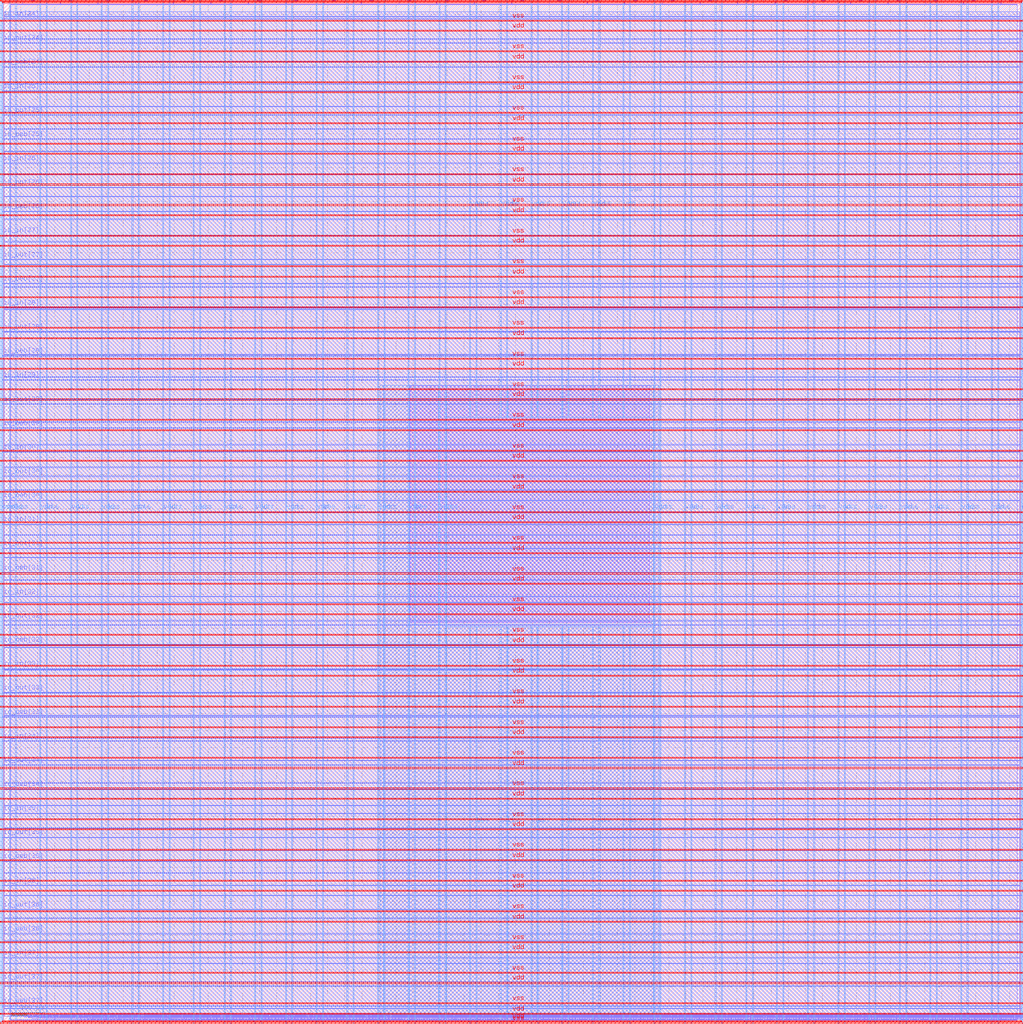
<source format=lef>
VERSION 5.7 ;
  NOWIREEXTENSIONATPIN ON ;
  DIVIDERCHAR "/" ;
  BUSBITCHARS "[]" ;
MACRO user_project_wrapper
  CLASS BLOCK ;
  FOREIGN user_project_wrapper ;
  ORIGIN 0.000 0.000 ;
  SIZE 2980.200 BY 2980.200 ;
  PIN io_in[0]
    DIRECTION INPUT ;
    USE SIGNAL ;
    PORT
      LAYER Metal3 ;
        RECT 2977.800 35.560 2985.000 36.680 ;
    END
  END io_in[0]
  PIN io_in[10]
    DIRECTION INPUT ;
    USE SIGNAL ;
    PORT
      LAYER Metal3 ;
        RECT 2977.800 2017.960 2985.000 2019.080 ;
    END
  END io_in[10]
  PIN io_in[11]
    DIRECTION INPUT ;
    USE SIGNAL ;
    PORT
      LAYER Metal3 ;
        RECT 2977.800 2216.200 2985.000 2217.320 ;
    END
  END io_in[11]
  PIN io_in[12]
    DIRECTION INPUT ;
    USE SIGNAL ;
    PORT
      LAYER Metal3 ;
        RECT 2977.800 2414.440 2985.000 2415.560 ;
    END
  END io_in[12]
  PIN io_in[13]
    DIRECTION INPUT ;
    USE SIGNAL ;
    PORT
      LAYER Metal3 ;
        RECT 2977.800 2612.680 2985.000 2613.800 ;
    END
  END io_in[13]
  PIN io_in[14]
    DIRECTION INPUT ;
    USE SIGNAL ;
    PORT
      LAYER Metal3 ;
        RECT 2977.800 2810.920 2985.000 2812.040 ;
    END
  END io_in[14]
  PIN io_in[15]
    DIRECTION INPUT ;
    USE SIGNAL ;
    PORT
      LAYER Metal2 ;
        RECT 2923.480 2977.800 2924.600 2985.000 ;
    END
  END io_in[15]
  PIN io_in[16]
    DIRECTION INPUT ;
    USE SIGNAL ;
    PORT
      LAYER Metal2 ;
        RECT 2592.520 2977.800 2593.640 2985.000 ;
    END
  END io_in[16]
  PIN io_in[17]
    DIRECTION INPUT ;
    USE SIGNAL ;
    PORT
      LAYER Metal2 ;
        RECT 2261.560 2977.800 2262.680 2985.000 ;
    END
  END io_in[17]
  PIN io_in[18]
    DIRECTION INPUT ;
    USE SIGNAL ;
    PORT
      LAYER Metal2 ;
        RECT 1930.600 2977.800 1931.720 2985.000 ;
    END
  END io_in[18]
  PIN io_in[19]
    DIRECTION INPUT ;
    USE SIGNAL ;
    PORT
      LAYER Metal2 ;
        RECT 1599.640 2977.800 1600.760 2985.000 ;
    END
  END io_in[19]
  PIN io_in[1]
    DIRECTION INPUT ;
    USE SIGNAL ;
    PORT
      LAYER Metal3 ;
        RECT 2977.800 233.800 2985.000 234.920 ;
    END
  END io_in[1]
  PIN io_in[20]
    DIRECTION INPUT ;
    USE SIGNAL ;
    PORT
      LAYER Metal2 ;
        RECT 1268.680 2977.800 1269.800 2985.000 ;
    END
  END io_in[20]
  PIN io_in[21]
    DIRECTION INPUT ;
    USE SIGNAL ;
    PORT
      LAYER Metal2 ;
        RECT 937.720 2977.800 938.840 2985.000 ;
    END
  END io_in[21]
  PIN io_in[22]
    DIRECTION INPUT ;
    USE SIGNAL ;
    PORT
      LAYER Metal2 ;
        RECT 606.760 2977.800 607.880 2985.000 ;
    END
  END io_in[22]
  PIN io_in[23]
    DIRECTION INPUT ;
    USE SIGNAL ;
    PORT
      LAYER Metal2 ;
        RECT 275.800 2977.800 276.920 2985.000 ;
    END
  END io_in[23]
  PIN io_in[24]
    DIRECTION INPUT ;
    USE SIGNAL ;
    PORT
      LAYER Metal3 ;
        RECT -4.800 2935.800 2.400 2936.920 ;
    END
  END io_in[24]
  PIN io_in[25]
    DIRECTION INPUT ;
    USE SIGNAL ;
    PORT
      LAYER Metal3 ;
        RECT -4.800 2724.120 2.400 2725.240 ;
    END
  END io_in[25]
  PIN io_in[26]
    DIRECTION INPUT ;
    USE SIGNAL ;
    PORT
      LAYER Metal3 ;
        RECT -4.800 2512.440 2.400 2513.560 ;
    END
  END io_in[26]
  PIN io_in[27]
    DIRECTION INPUT ;
    USE SIGNAL ;
    PORT
      LAYER Metal3 ;
        RECT -4.800 2300.760 2.400 2301.880 ;
    END
  END io_in[27]
  PIN io_in[28]
    DIRECTION INPUT ;
    USE SIGNAL ;
    PORT
      LAYER Metal3 ;
        RECT -4.800 2089.080 2.400 2090.200 ;
    END
  END io_in[28]
  PIN io_in[29]
    DIRECTION INPUT ;
    USE SIGNAL ;
    PORT
      LAYER Metal3 ;
        RECT -4.800 1877.400 2.400 1878.520 ;
    END
  END io_in[29]
  PIN io_in[2]
    DIRECTION INPUT ;
    USE SIGNAL ;
    PORT
      LAYER Metal3 ;
        RECT 2977.800 432.040 2985.000 433.160 ;
    END
  END io_in[2]
  PIN io_in[30]
    DIRECTION INPUT ;
    USE SIGNAL ;
    PORT
      LAYER Metal3 ;
        RECT -4.800 1665.720 2.400 1666.840 ;
    END
  END io_in[30]
  PIN io_in[31]
    DIRECTION INPUT ;
    USE SIGNAL ;
    PORT
      LAYER Metal3 ;
        RECT -4.800 1454.040 2.400 1455.160 ;
    END
  END io_in[31]
  PIN io_in[32]
    DIRECTION INPUT ;
    USE SIGNAL ;
    PORT
      LAYER Metal3 ;
        RECT -4.800 1242.360 2.400 1243.480 ;
    END
  END io_in[32]
  PIN io_in[33]
    DIRECTION INPUT ;
    USE SIGNAL ;
    PORT
      LAYER Metal3 ;
        RECT -4.800 1030.680 2.400 1031.800 ;
    END
  END io_in[33]
  PIN io_in[34]
    DIRECTION INPUT ;
    USE SIGNAL ;
    PORT
      LAYER Metal3 ;
        RECT -4.800 819.000 2.400 820.120 ;
    END
  END io_in[34]
  PIN io_in[35]
    DIRECTION INPUT ;
    USE SIGNAL ;
    PORT
      LAYER Metal3 ;
        RECT -4.800 607.320 2.400 608.440 ;
    END
  END io_in[35]
  PIN io_in[36]
    DIRECTION INPUT ;
    USE SIGNAL ;
    PORT
      LAYER Metal3 ;
        RECT -4.800 395.640 2.400 396.760 ;
    END
  END io_in[36]
  PIN io_in[37]
    DIRECTION INPUT ;
    USE SIGNAL ;
    PORT
      LAYER Metal3 ;
        RECT -4.800 183.960 2.400 185.080 ;
    END
  END io_in[37]
  PIN io_in[3]
    DIRECTION INPUT ;
    USE SIGNAL ;
    PORT
      LAYER Metal3 ;
        RECT 2977.800 630.280 2985.000 631.400 ;
    END
  END io_in[3]
  PIN io_in[4]
    DIRECTION INPUT ;
    USE SIGNAL ;
    PORT
      LAYER Metal3 ;
        RECT 2977.800 828.520 2985.000 829.640 ;
    END
  END io_in[4]
  PIN io_in[5]
    DIRECTION INPUT ;
    USE SIGNAL ;
    PORT
      LAYER Metal3 ;
        RECT 2977.800 1026.760 2985.000 1027.880 ;
    END
  END io_in[5]
  PIN io_in[6]
    DIRECTION INPUT ;
    USE SIGNAL ;
    PORT
      LAYER Metal3 ;
        RECT 2977.800 1225.000 2985.000 1226.120 ;
    END
  END io_in[6]
  PIN io_in[7]
    DIRECTION INPUT ;
    USE SIGNAL ;
    PORT
      LAYER Metal3 ;
        RECT 2977.800 1423.240 2985.000 1424.360 ;
    END
  END io_in[7]
  PIN io_in[8]
    DIRECTION INPUT ;
    USE SIGNAL ;
    PORT
      LAYER Metal3 ;
        RECT 2977.800 1621.480 2985.000 1622.600 ;
    END
  END io_in[8]
  PIN io_in[9]
    DIRECTION INPUT ;
    USE SIGNAL ;
    PORT
      LAYER Metal3 ;
        RECT 2977.800 1819.720 2985.000 1820.840 ;
    END
  END io_in[9]
  PIN io_oeb[0]
    DIRECTION OUTPUT TRISTATE ;
    USE SIGNAL ;
    PORT
      LAYER Metal3 ;
        RECT 2977.800 167.720 2985.000 168.840 ;
    END
  END io_oeb[0]
  PIN io_oeb[10]
    DIRECTION OUTPUT TRISTATE ;
    USE SIGNAL ;
    PORT
      LAYER Metal3 ;
        RECT 2977.800 2150.120 2985.000 2151.240 ;
    END
  END io_oeb[10]
  PIN io_oeb[11]
    DIRECTION OUTPUT TRISTATE ;
    USE SIGNAL ;
    PORT
      LAYER Metal3 ;
        RECT 2977.800 2348.360 2985.000 2349.480 ;
    END
  END io_oeb[11]
  PIN io_oeb[12]
    DIRECTION OUTPUT TRISTATE ;
    USE SIGNAL ;
    PORT
      LAYER Metal3 ;
        RECT 2977.800 2546.600 2985.000 2547.720 ;
    END
  END io_oeb[12]
  PIN io_oeb[13]
    DIRECTION OUTPUT TRISTATE ;
    USE SIGNAL ;
    PORT
      LAYER Metal3 ;
        RECT 2977.800 2744.840 2985.000 2745.960 ;
    END
  END io_oeb[13]
  PIN io_oeb[14]
    DIRECTION OUTPUT TRISTATE ;
    USE SIGNAL ;
    PORT
      LAYER Metal3 ;
        RECT 2977.800 2943.080 2985.000 2944.200 ;
    END
  END io_oeb[14]
  PIN io_oeb[15]
    DIRECTION OUTPUT TRISTATE ;
    USE SIGNAL ;
    PORT
      LAYER Metal2 ;
        RECT 2702.840 2977.800 2703.960 2985.000 ;
    END
  END io_oeb[15]
  PIN io_oeb[16]
    DIRECTION OUTPUT TRISTATE ;
    USE SIGNAL ;
    PORT
      LAYER Metal2 ;
        RECT 2371.880 2977.800 2373.000 2985.000 ;
    END
  END io_oeb[16]
  PIN io_oeb[17]
    DIRECTION OUTPUT TRISTATE ;
    USE SIGNAL ;
    PORT
      LAYER Metal2 ;
        RECT 2040.920 2977.800 2042.040 2985.000 ;
    END
  END io_oeb[17]
  PIN io_oeb[18]
    DIRECTION OUTPUT TRISTATE ;
    USE SIGNAL ;
    PORT
      LAYER Metal2 ;
        RECT 1709.960 2977.800 1711.080 2985.000 ;
    END
  END io_oeb[18]
  PIN io_oeb[19]
    DIRECTION OUTPUT TRISTATE ;
    USE SIGNAL ;
    PORT
      LAYER Metal2 ;
        RECT 1379.000 2977.800 1380.120 2985.000 ;
    END
  END io_oeb[19]
  PIN io_oeb[1]
    DIRECTION OUTPUT TRISTATE ;
    USE SIGNAL ;
    PORT
      LAYER Metal3 ;
        RECT 2977.800 365.960 2985.000 367.080 ;
    END
  END io_oeb[1]
  PIN io_oeb[20]
    DIRECTION OUTPUT TRISTATE ;
    USE SIGNAL ;
    PORT
      LAYER Metal2 ;
        RECT 1048.040 2977.800 1049.160 2985.000 ;
    END
  END io_oeb[20]
  PIN io_oeb[21]
    DIRECTION OUTPUT TRISTATE ;
    USE SIGNAL ;
    PORT
      LAYER Metal2 ;
        RECT 717.080 2977.800 718.200 2985.000 ;
    END
  END io_oeb[21]
  PIN io_oeb[22]
    DIRECTION OUTPUT TRISTATE ;
    USE SIGNAL ;
    PORT
      LAYER Metal2 ;
        RECT 386.120 2977.800 387.240 2985.000 ;
    END
  END io_oeb[22]
  PIN io_oeb[23]
    DIRECTION OUTPUT TRISTATE ;
    USE SIGNAL ;
    PORT
      LAYER Metal2 ;
        RECT 55.160 2977.800 56.280 2985.000 ;
    END
  END io_oeb[23]
  PIN io_oeb[24]
    DIRECTION OUTPUT TRISTATE ;
    USE SIGNAL ;
    PORT
      LAYER Metal3 ;
        RECT -4.800 2794.680 2.400 2795.800 ;
    END
  END io_oeb[24]
  PIN io_oeb[25]
    DIRECTION OUTPUT TRISTATE ;
    USE SIGNAL ;
    PORT
      LAYER Metal3 ;
        RECT -4.800 2583.000 2.400 2584.120 ;
    END
  END io_oeb[25]
  PIN io_oeb[26]
    DIRECTION OUTPUT TRISTATE ;
    USE SIGNAL ;
    PORT
      LAYER Metal3 ;
        RECT -4.800 2371.320 2.400 2372.440 ;
    END
  END io_oeb[26]
  PIN io_oeb[27]
    DIRECTION OUTPUT TRISTATE ;
    USE SIGNAL ;
    PORT
      LAYER Metal3 ;
        RECT -4.800 2159.640 2.400 2160.760 ;
    END
  END io_oeb[27]
  PIN io_oeb[28]
    DIRECTION OUTPUT TRISTATE ;
    USE SIGNAL ;
    PORT
      LAYER Metal3 ;
        RECT -4.800 1947.960 2.400 1949.080 ;
    END
  END io_oeb[28]
  PIN io_oeb[29]
    DIRECTION OUTPUT TRISTATE ;
    USE SIGNAL ;
    PORT
      LAYER Metal3 ;
        RECT -4.800 1736.280 2.400 1737.400 ;
    END
  END io_oeb[29]
  PIN io_oeb[2]
    DIRECTION OUTPUT TRISTATE ;
    USE SIGNAL ;
    PORT
      LAYER Metal3 ;
        RECT 2977.800 564.200 2985.000 565.320 ;
    END
  END io_oeb[2]
  PIN io_oeb[30]
    DIRECTION OUTPUT TRISTATE ;
    USE SIGNAL ;
    PORT
      LAYER Metal3 ;
        RECT -4.800 1524.600 2.400 1525.720 ;
    END
  END io_oeb[30]
  PIN io_oeb[31]
    DIRECTION OUTPUT TRISTATE ;
    USE SIGNAL ;
    PORT
      LAYER Metal3 ;
        RECT -4.800 1312.920 2.400 1314.040 ;
    END
  END io_oeb[31]
  PIN io_oeb[32]
    DIRECTION OUTPUT TRISTATE ;
    USE SIGNAL ;
    PORT
      LAYER Metal3 ;
        RECT -4.800 1101.240 2.400 1102.360 ;
    END
  END io_oeb[32]
  PIN io_oeb[33]
    DIRECTION OUTPUT TRISTATE ;
    USE SIGNAL ;
    PORT
      LAYER Metal3 ;
        RECT -4.800 889.560 2.400 890.680 ;
    END
  END io_oeb[33]
  PIN io_oeb[34]
    DIRECTION OUTPUT TRISTATE ;
    USE SIGNAL ;
    PORT
      LAYER Metal3 ;
        RECT -4.800 677.880 2.400 679.000 ;
    END
  END io_oeb[34]
  PIN io_oeb[35]
    DIRECTION OUTPUT TRISTATE ;
    USE SIGNAL ;
    PORT
      LAYER Metal3 ;
        RECT -4.800 466.200 2.400 467.320 ;
    END
  END io_oeb[35]
  PIN io_oeb[36]
    DIRECTION OUTPUT TRISTATE ;
    USE SIGNAL ;
    PORT
      LAYER Metal3 ;
        RECT -4.800 254.520 2.400 255.640 ;
    END
  END io_oeb[36]
  PIN io_oeb[37]
    DIRECTION OUTPUT TRISTATE ;
    USE SIGNAL ;
    PORT
      LAYER Metal3 ;
        RECT -4.800 42.840 2.400 43.960 ;
    END
  END io_oeb[37]
  PIN io_oeb[3]
    DIRECTION OUTPUT TRISTATE ;
    USE SIGNAL ;
    PORT
      LAYER Metal3 ;
        RECT 2977.800 762.440 2985.000 763.560 ;
    END
  END io_oeb[3]
  PIN io_oeb[4]
    DIRECTION OUTPUT TRISTATE ;
    USE SIGNAL ;
    PORT
      LAYER Metal3 ;
        RECT 2977.800 960.680 2985.000 961.800 ;
    END
  END io_oeb[4]
  PIN io_oeb[5]
    DIRECTION OUTPUT TRISTATE ;
    USE SIGNAL ;
    PORT
      LAYER Metal3 ;
        RECT 2977.800 1158.920 2985.000 1160.040 ;
    END
  END io_oeb[5]
  PIN io_oeb[6]
    DIRECTION OUTPUT TRISTATE ;
    USE SIGNAL ;
    PORT
      LAYER Metal3 ;
        RECT 2977.800 1357.160 2985.000 1358.280 ;
    END
  END io_oeb[6]
  PIN io_oeb[7]
    DIRECTION OUTPUT TRISTATE ;
    USE SIGNAL ;
    PORT
      LAYER Metal3 ;
        RECT 2977.800 1555.400 2985.000 1556.520 ;
    END
  END io_oeb[7]
  PIN io_oeb[8]
    DIRECTION OUTPUT TRISTATE ;
    USE SIGNAL ;
    PORT
      LAYER Metal3 ;
        RECT 2977.800 1753.640 2985.000 1754.760 ;
    END
  END io_oeb[8]
  PIN io_oeb[9]
    DIRECTION OUTPUT TRISTATE ;
    USE SIGNAL ;
    PORT
      LAYER Metal3 ;
        RECT 2977.800 1951.880 2985.000 1953.000 ;
    END
  END io_oeb[9]
  PIN io_out[0]
    DIRECTION OUTPUT TRISTATE ;
    USE SIGNAL ;
    PORT
      LAYER Metal3 ;
        RECT 2977.800 101.640 2985.000 102.760 ;
    END
  END io_out[0]
  PIN io_out[10]
    DIRECTION OUTPUT TRISTATE ;
    USE SIGNAL ;
    PORT
      LAYER Metal3 ;
        RECT 2977.800 2084.040 2985.000 2085.160 ;
    END
  END io_out[10]
  PIN io_out[11]
    DIRECTION OUTPUT TRISTATE ;
    USE SIGNAL ;
    PORT
      LAYER Metal3 ;
        RECT 2977.800 2282.280 2985.000 2283.400 ;
    END
  END io_out[11]
  PIN io_out[12]
    DIRECTION OUTPUT TRISTATE ;
    USE SIGNAL ;
    PORT
      LAYER Metal3 ;
        RECT 2977.800 2480.520 2985.000 2481.640 ;
    END
  END io_out[12]
  PIN io_out[13]
    DIRECTION OUTPUT TRISTATE ;
    USE SIGNAL ;
    PORT
      LAYER Metal3 ;
        RECT 2977.800 2678.760 2985.000 2679.880 ;
    END
  END io_out[13]
  PIN io_out[14]
    DIRECTION OUTPUT TRISTATE ;
    USE SIGNAL ;
    PORT
      LAYER Metal3 ;
        RECT 2977.800 2877.000 2985.000 2878.120 ;
    END
  END io_out[14]
  PIN io_out[15]
    DIRECTION OUTPUT TRISTATE ;
    USE SIGNAL ;
    PORT
      LAYER Metal2 ;
        RECT 2813.160 2977.800 2814.280 2985.000 ;
    END
  END io_out[15]
  PIN io_out[16]
    DIRECTION OUTPUT TRISTATE ;
    USE SIGNAL ;
    PORT
      LAYER Metal2 ;
        RECT 2482.200 2977.800 2483.320 2985.000 ;
    END
  END io_out[16]
  PIN io_out[17]
    DIRECTION OUTPUT TRISTATE ;
    USE SIGNAL ;
    PORT
      LAYER Metal2 ;
        RECT 2151.240 2977.800 2152.360 2985.000 ;
    END
  END io_out[17]
  PIN io_out[18]
    DIRECTION OUTPUT TRISTATE ;
    USE SIGNAL ;
    PORT
      LAYER Metal2 ;
        RECT 1820.280 2977.800 1821.400 2985.000 ;
    END
  END io_out[18]
  PIN io_out[19]
    DIRECTION OUTPUT TRISTATE ;
    USE SIGNAL ;
    PORT
      LAYER Metal2 ;
        RECT 1489.320 2977.800 1490.440 2985.000 ;
    END
  END io_out[19]
  PIN io_out[1]
    DIRECTION OUTPUT TRISTATE ;
    USE SIGNAL ;
    PORT
      LAYER Metal3 ;
        RECT 2977.800 299.880 2985.000 301.000 ;
    END
  END io_out[1]
  PIN io_out[20]
    DIRECTION OUTPUT TRISTATE ;
    USE SIGNAL ;
    PORT
      LAYER Metal2 ;
        RECT 1158.360 2977.800 1159.480 2985.000 ;
    END
  END io_out[20]
  PIN io_out[21]
    DIRECTION OUTPUT TRISTATE ;
    USE SIGNAL ;
    PORT
      LAYER Metal2 ;
        RECT 827.400 2977.800 828.520 2985.000 ;
    END
  END io_out[21]
  PIN io_out[22]
    DIRECTION OUTPUT TRISTATE ;
    USE SIGNAL ;
    PORT
      LAYER Metal2 ;
        RECT 496.440 2977.800 497.560 2985.000 ;
    END
  END io_out[22]
  PIN io_out[23]
    DIRECTION OUTPUT TRISTATE ;
    USE SIGNAL ;
    PORT
      LAYER Metal2 ;
        RECT 165.480 2977.800 166.600 2985.000 ;
    END
  END io_out[23]
  PIN io_out[24]
    DIRECTION OUTPUT TRISTATE ;
    USE SIGNAL ;
    PORT
      LAYER Metal3 ;
        RECT -4.800 2865.240 2.400 2866.360 ;
    END
  END io_out[24]
  PIN io_out[25]
    DIRECTION OUTPUT TRISTATE ;
    USE SIGNAL ;
    PORT
      LAYER Metal3 ;
        RECT -4.800 2653.560 2.400 2654.680 ;
    END
  END io_out[25]
  PIN io_out[26]
    DIRECTION OUTPUT TRISTATE ;
    USE SIGNAL ;
    PORT
      LAYER Metal3 ;
        RECT -4.800 2441.880 2.400 2443.000 ;
    END
  END io_out[26]
  PIN io_out[27]
    DIRECTION OUTPUT TRISTATE ;
    USE SIGNAL ;
    PORT
      LAYER Metal3 ;
        RECT -4.800 2230.200 2.400 2231.320 ;
    END
  END io_out[27]
  PIN io_out[28]
    DIRECTION OUTPUT TRISTATE ;
    USE SIGNAL ;
    PORT
      LAYER Metal3 ;
        RECT -4.800 2018.520 2.400 2019.640 ;
    END
  END io_out[28]
  PIN io_out[29]
    DIRECTION OUTPUT TRISTATE ;
    USE SIGNAL ;
    PORT
      LAYER Metal3 ;
        RECT -4.800 1806.840 2.400 1807.960 ;
    END
  END io_out[29]
  PIN io_out[2]
    DIRECTION OUTPUT TRISTATE ;
    USE SIGNAL ;
    PORT
      LAYER Metal3 ;
        RECT 2977.800 498.120 2985.000 499.240 ;
    END
  END io_out[2]
  PIN io_out[30]
    DIRECTION OUTPUT TRISTATE ;
    USE SIGNAL ;
    PORT
      LAYER Metal3 ;
        RECT -4.800 1595.160 2.400 1596.280 ;
    END
  END io_out[30]
  PIN io_out[31]
    DIRECTION OUTPUT TRISTATE ;
    USE SIGNAL ;
    PORT
      LAYER Metal3 ;
        RECT -4.800 1383.480 2.400 1384.600 ;
    END
  END io_out[31]
  PIN io_out[32]
    DIRECTION OUTPUT TRISTATE ;
    USE SIGNAL ;
    PORT
      LAYER Metal3 ;
        RECT -4.800 1171.800 2.400 1172.920 ;
    END
  END io_out[32]
  PIN io_out[33]
    DIRECTION OUTPUT TRISTATE ;
    USE SIGNAL ;
    PORT
      LAYER Metal3 ;
        RECT -4.800 960.120 2.400 961.240 ;
    END
  END io_out[33]
  PIN io_out[34]
    DIRECTION OUTPUT TRISTATE ;
    USE SIGNAL ;
    PORT
      LAYER Metal3 ;
        RECT -4.800 748.440 2.400 749.560 ;
    END
  END io_out[34]
  PIN io_out[35]
    DIRECTION OUTPUT TRISTATE ;
    USE SIGNAL ;
    PORT
      LAYER Metal3 ;
        RECT -4.800 536.760 2.400 537.880 ;
    END
  END io_out[35]
  PIN io_out[36]
    DIRECTION OUTPUT TRISTATE ;
    USE SIGNAL ;
    PORT
      LAYER Metal3 ;
        RECT -4.800 325.080 2.400 326.200 ;
    END
  END io_out[36]
  PIN io_out[37]
    DIRECTION OUTPUT TRISTATE ;
    USE SIGNAL ;
    PORT
      LAYER Metal3 ;
        RECT -4.800 113.400 2.400 114.520 ;
    END
  END io_out[37]
  PIN io_out[3]
    DIRECTION OUTPUT TRISTATE ;
    USE SIGNAL ;
    PORT
      LAYER Metal3 ;
        RECT 2977.800 696.360 2985.000 697.480 ;
    END
  END io_out[3]
  PIN io_out[4]
    DIRECTION OUTPUT TRISTATE ;
    USE SIGNAL ;
    PORT
      LAYER Metal3 ;
        RECT 2977.800 894.600 2985.000 895.720 ;
    END
  END io_out[4]
  PIN io_out[5]
    DIRECTION OUTPUT TRISTATE ;
    USE SIGNAL ;
    PORT
      LAYER Metal3 ;
        RECT 2977.800 1092.840 2985.000 1093.960 ;
    END
  END io_out[5]
  PIN io_out[6]
    DIRECTION OUTPUT TRISTATE ;
    USE SIGNAL ;
    PORT
      LAYER Metal3 ;
        RECT 2977.800 1291.080 2985.000 1292.200 ;
    END
  END io_out[6]
  PIN io_out[7]
    DIRECTION OUTPUT TRISTATE ;
    USE SIGNAL ;
    PORT
      LAYER Metal3 ;
        RECT 2977.800 1489.320 2985.000 1490.440 ;
    END
  END io_out[7]
  PIN io_out[8]
    DIRECTION OUTPUT TRISTATE ;
    USE SIGNAL ;
    PORT
      LAYER Metal3 ;
        RECT 2977.800 1687.560 2985.000 1688.680 ;
    END
  END io_out[8]
  PIN io_out[9]
    DIRECTION OUTPUT TRISTATE ;
    USE SIGNAL ;
    PORT
      LAYER Metal3 ;
        RECT 2977.800 1885.800 2985.000 1886.920 ;
    END
  END io_out[9]
  PIN la_data_in[0]
    DIRECTION INPUT ;
    USE SIGNAL ;
    PORT
      LAYER Metal2 ;
        RECT 1065.960 -4.800 1067.080 2.400 ;
    END
  END la_data_in[0]
  PIN la_data_in[10]
    DIRECTION INPUT ;
    USE SIGNAL ;
    PORT
      LAYER Metal2 ;
        RECT 1351.560 -4.800 1352.680 2.400 ;
    END
  END la_data_in[10]
  PIN la_data_in[11]
    DIRECTION INPUT ;
    USE SIGNAL ;
    PORT
      LAYER Metal2 ;
        RECT 1380.120 -4.800 1381.240 2.400 ;
    END
  END la_data_in[11]
  PIN la_data_in[12]
    DIRECTION INPUT ;
    USE SIGNAL ;
    PORT
      LAYER Metal2 ;
        RECT 1408.680 -4.800 1409.800 2.400 ;
    END
  END la_data_in[12]
  PIN la_data_in[13]
    DIRECTION INPUT ;
    USE SIGNAL ;
    PORT
      LAYER Metal2 ;
        RECT 1437.240 -4.800 1438.360 2.400 ;
    END
  END la_data_in[13]
  PIN la_data_in[14]
    DIRECTION INPUT ;
    USE SIGNAL ;
    PORT
      LAYER Metal2 ;
        RECT 1465.800 -4.800 1466.920 2.400 ;
    END
  END la_data_in[14]
  PIN la_data_in[15]
    DIRECTION INPUT ;
    USE SIGNAL ;
    PORT
      LAYER Metal2 ;
        RECT 1494.360 -4.800 1495.480 2.400 ;
    END
  END la_data_in[15]
  PIN la_data_in[16]
    DIRECTION INPUT ;
    USE SIGNAL ;
    PORT
      LAYER Metal2 ;
        RECT 1522.920 -4.800 1524.040 2.400 ;
    END
  END la_data_in[16]
  PIN la_data_in[17]
    DIRECTION INPUT ;
    USE SIGNAL ;
    PORT
      LAYER Metal2 ;
        RECT 1551.480 -4.800 1552.600 2.400 ;
    END
  END la_data_in[17]
  PIN la_data_in[18]
    DIRECTION INPUT ;
    USE SIGNAL ;
    PORT
      LAYER Metal2 ;
        RECT 1580.040 -4.800 1581.160 2.400 ;
    END
  END la_data_in[18]
  PIN la_data_in[19]
    DIRECTION INPUT ;
    USE SIGNAL ;
    PORT
      LAYER Metal2 ;
        RECT 1608.600 -4.800 1609.720 2.400 ;
    END
  END la_data_in[19]
  PIN la_data_in[1]
    DIRECTION INPUT ;
    USE SIGNAL ;
    PORT
      LAYER Metal2 ;
        RECT 1094.520 -4.800 1095.640 2.400 ;
    END
  END la_data_in[1]
  PIN la_data_in[20]
    DIRECTION INPUT ;
    USE SIGNAL ;
    PORT
      LAYER Metal2 ;
        RECT 1637.160 -4.800 1638.280 2.400 ;
    END
  END la_data_in[20]
  PIN la_data_in[21]
    DIRECTION INPUT ;
    USE SIGNAL ;
    PORT
      LAYER Metal2 ;
        RECT 1665.720 -4.800 1666.840 2.400 ;
    END
  END la_data_in[21]
  PIN la_data_in[22]
    DIRECTION INPUT ;
    USE SIGNAL ;
    PORT
      LAYER Metal2 ;
        RECT 1694.280 -4.800 1695.400 2.400 ;
    END
  END la_data_in[22]
  PIN la_data_in[23]
    DIRECTION INPUT ;
    USE SIGNAL ;
    PORT
      LAYER Metal2 ;
        RECT 1722.840 -4.800 1723.960 2.400 ;
    END
  END la_data_in[23]
  PIN la_data_in[24]
    DIRECTION INPUT ;
    USE SIGNAL ;
    PORT
      LAYER Metal2 ;
        RECT 1751.400 -4.800 1752.520 2.400 ;
    END
  END la_data_in[24]
  PIN la_data_in[25]
    DIRECTION INPUT ;
    USE SIGNAL ;
    PORT
      LAYER Metal2 ;
        RECT 1779.960 -4.800 1781.080 2.400 ;
    END
  END la_data_in[25]
  PIN la_data_in[26]
    DIRECTION INPUT ;
    USE SIGNAL ;
    PORT
      LAYER Metal2 ;
        RECT 1808.520 -4.800 1809.640 2.400 ;
    END
  END la_data_in[26]
  PIN la_data_in[27]
    DIRECTION INPUT ;
    USE SIGNAL ;
    PORT
      LAYER Metal2 ;
        RECT 1837.080 -4.800 1838.200 2.400 ;
    END
  END la_data_in[27]
  PIN la_data_in[28]
    DIRECTION INPUT ;
    USE SIGNAL ;
    PORT
      LAYER Metal2 ;
        RECT 1865.640 -4.800 1866.760 2.400 ;
    END
  END la_data_in[28]
  PIN la_data_in[29]
    DIRECTION INPUT ;
    USE SIGNAL ;
    PORT
      LAYER Metal2 ;
        RECT 1894.200 -4.800 1895.320 2.400 ;
    END
  END la_data_in[29]
  PIN la_data_in[2]
    DIRECTION INPUT ;
    USE SIGNAL ;
    PORT
      LAYER Metal2 ;
        RECT 1123.080 -4.800 1124.200 2.400 ;
    END
  END la_data_in[2]
  PIN la_data_in[30]
    DIRECTION INPUT ;
    USE SIGNAL ;
    PORT
      LAYER Metal2 ;
        RECT 1922.760 -4.800 1923.880 2.400 ;
    END
  END la_data_in[30]
  PIN la_data_in[31]
    DIRECTION INPUT ;
    USE SIGNAL ;
    PORT
      LAYER Metal2 ;
        RECT 1951.320 -4.800 1952.440 2.400 ;
    END
  END la_data_in[31]
  PIN la_data_in[32]
    DIRECTION INPUT ;
    USE SIGNAL ;
    PORT
      LAYER Metal2 ;
        RECT 1979.880 -4.800 1981.000 2.400 ;
    END
  END la_data_in[32]
  PIN la_data_in[33]
    DIRECTION INPUT ;
    USE SIGNAL ;
    PORT
      LAYER Metal2 ;
        RECT 2008.440 -4.800 2009.560 2.400 ;
    END
  END la_data_in[33]
  PIN la_data_in[34]
    DIRECTION INPUT ;
    USE SIGNAL ;
    PORT
      LAYER Metal2 ;
        RECT 2037.000 -4.800 2038.120 2.400 ;
    END
  END la_data_in[34]
  PIN la_data_in[35]
    DIRECTION INPUT ;
    USE SIGNAL ;
    PORT
      LAYER Metal2 ;
        RECT 2065.560 -4.800 2066.680 2.400 ;
    END
  END la_data_in[35]
  PIN la_data_in[36]
    DIRECTION INPUT ;
    USE SIGNAL ;
    PORT
      LAYER Metal2 ;
        RECT 2094.120 -4.800 2095.240 2.400 ;
    END
  END la_data_in[36]
  PIN la_data_in[37]
    DIRECTION INPUT ;
    USE SIGNAL ;
    PORT
      LAYER Metal2 ;
        RECT 2122.680 -4.800 2123.800 2.400 ;
    END
  END la_data_in[37]
  PIN la_data_in[38]
    DIRECTION INPUT ;
    USE SIGNAL ;
    PORT
      LAYER Metal2 ;
        RECT 2151.240 -4.800 2152.360 2.400 ;
    END
  END la_data_in[38]
  PIN la_data_in[39]
    DIRECTION INPUT ;
    USE SIGNAL ;
    PORT
      LAYER Metal2 ;
        RECT 2179.800 -4.800 2180.920 2.400 ;
    END
  END la_data_in[39]
  PIN la_data_in[3]
    DIRECTION INPUT ;
    USE SIGNAL ;
    PORT
      LAYER Metal2 ;
        RECT 1151.640 -4.800 1152.760 2.400 ;
    END
  END la_data_in[3]
  PIN la_data_in[40]
    DIRECTION INPUT ;
    USE SIGNAL ;
    PORT
      LAYER Metal2 ;
        RECT 2208.360 -4.800 2209.480 2.400 ;
    END
  END la_data_in[40]
  PIN la_data_in[41]
    DIRECTION INPUT ;
    USE SIGNAL ;
    PORT
      LAYER Metal2 ;
        RECT 2236.920 -4.800 2238.040 2.400 ;
    END
  END la_data_in[41]
  PIN la_data_in[42]
    DIRECTION INPUT ;
    USE SIGNAL ;
    PORT
      LAYER Metal2 ;
        RECT 2265.480 -4.800 2266.600 2.400 ;
    END
  END la_data_in[42]
  PIN la_data_in[43]
    DIRECTION INPUT ;
    USE SIGNAL ;
    PORT
      LAYER Metal2 ;
        RECT 2294.040 -4.800 2295.160 2.400 ;
    END
  END la_data_in[43]
  PIN la_data_in[44]
    DIRECTION INPUT ;
    USE SIGNAL ;
    PORT
      LAYER Metal2 ;
        RECT 2322.600 -4.800 2323.720 2.400 ;
    END
  END la_data_in[44]
  PIN la_data_in[45]
    DIRECTION INPUT ;
    USE SIGNAL ;
    PORT
      LAYER Metal2 ;
        RECT 2351.160 -4.800 2352.280 2.400 ;
    END
  END la_data_in[45]
  PIN la_data_in[46]
    DIRECTION INPUT ;
    USE SIGNAL ;
    PORT
      LAYER Metal2 ;
        RECT 2379.720 -4.800 2380.840 2.400 ;
    END
  END la_data_in[46]
  PIN la_data_in[47]
    DIRECTION INPUT ;
    USE SIGNAL ;
    PORT
      LAYER Metal2 ;
        RECT 2408.280 -4.800 2409.400 2.400 ;
    END
  END la_data_in[47]
  PIN la_data_in[48]
    DIRECTION INPUT ;
    USE SIGNAL ;
    PORT
      LAYER Metal2 ;
        RECT 2436.840 -4.800 2437.960 2.400 ;
    END
  END la_data_in[48]
  PIN la_data_in[49]
    DIRECTION INPUT ;
    USE SIGNAL ;
    PORT
      LAYER Metal2 ;
        RECT 2465.400 -4.800 2466.520 2.400 ;
    END
  END la_data_in[49]
  PIN la_data_in[4]
    DIRECTION INPUT ;
    USE SIGNAL ;
    PORT
      LAYER Metal2 ;
        RECT 1180.200 -4.800 1181.320 2.400 ;
    END
  END la_data_in[4]
  PIN la_data_in[50]
    DIRECTION INPUT ;
    USE SIGNAL ;
    PORT
      LAYER Metal2 ;
        RECT 2493.960 -4.800 2495.080 2.400 ;
    END
  END la_data_in[50]
  PIN la_data_in[51]
    DIRECTION INPUT ;
    USE SIGNAL ;
    PORT
      LAYER Metal2 ;
        RECT 2522.520 -4.800 2523.640 2.400 ;
    END
  END la_data_in[51]
  PIN la_data_in[52]
    DIRECTION INPUT ;
    USE SIGNAL ;
    PORT
      LAYER Metal2 ;
        RECT 2551.080 -4.800 2552.200 2.400 ;
    END
  END la_data_in[52]
  PIN la_data_in[53]
    DIRECTION INPUT ;
    USE SIGNAL ;
    PORT
      LAYER Metal2 ;
        RECT 2579.640 -4.800 2580.760 2.400 ;
    END
  END la_data_in[53]
  PIN la_data_in[54]
    DIRECTION INPUT ;
    USE SIGNAL ;
    PORT
      LAYER Metal2 ;
        RECT 2608.200 -4.800 2609.320 2.400 ;
    END
  END la_data_in[54]
  PIN la_data_in[55]
    DIRECTION INPUT ;
    USE SIGNAL ;
    PORT
      LAYER Metal2 ;
        RECT 2636.760 -4.800 2637.880 2.400 ;
    END
  END la_data_in[55]
  PIN la_data_in[56]
    DIRECTION INPUT ;
    USE SIGNAL ;
    PORT
      LAYER Metal2 ;
        RECT 2665.320 -4.800 2666.440 2.400 ;
    END
  END la_data_in[56]
  PIN la_data_in[57]
    DIRECTION INPUT ;
    USE SIGNAL ;
    PORT
      LAYER Metal2 ;
        RECT 2693.880 -4.800 2695.000 2.400 ;
    END
  END la_data_in[57]
  PIN la_data_in[58]
    DIRECTION INPUT ;
    USE SIGNAL ;
    PORT
      LAYER Metal2 ;
        RECT 2722.440 -4.800 2723.560 2.400 ;
    END
  END la_data_in[58]
  PIN la_data_in[59]
    DIRECTION INPUT ;
    USE SIGNAL ;
    PORT
      LAYER Metal2 ;
        RECT 2751.000 -4.800 2752.120 2.400 ;
    END
  END la_data_in[59]
  PIN la_data_in[5]
    DIRECTION INPUT ;
    USE SIGNAL ;
    PORT
      LAYER Metal2 ;
        RECT 1208.760 -4.800 1209.880 2.400 ;
    END
  END la_data_in[5]
  PIN la_data_in[60]
    DIRECTION INPUT ;
    USE SIGNAL ;
    PORT
      LAYER Metal2 ;
        RECT 2779.560 -4.800 2780.680 2.400 ;
    END
  END la_data_in[60]
  PIN la_data_in[61]
    DIRECTION INPUT ;
    USE SIGNAL ;
    PORT
      LAYER Metal2 ;
        RECT 2808.120 -4.800 2809.240 2.400 ;
    END
  END la_data_in[61]
  PIN la_data_in[62]
    DIRECTION INPUT ;
    USE SIGNAL ;
    PORT
      LAYER Metal2 ;
        RECT 2836.680 -4.800 2837.800 2.400 ;
    END
  END la_data_in[62]
  PIN la_data_in[63]
    DIRECTION INPUT ;
    USE SIGNAL ;
    PORT
      LAYER Metal2 ;
        RECT 2865.240 -4.800 2866.360 2.400 ;
    END
  END la_data_in[63]
  PIN la_data_in[6]
    DIRECTION INPUT ;
    USE SIGNAL ;
    PORT
      LAYER Metal2 ;
        RECT 1237.320 -4.800 1238.440 2.400 ;
    END
  END la_data_in[6]
  PIN la_data_in[7]
    DIRECTION INPUT ;
    USE SIGNAL ;
    PORT
      LAYER Metal2 ;
        RECT 1265.880 -4.800 1267.000 2.400 ;
    END
  END la_data_in[7]
  PIN la_data_in[8]
    DIRECTION INPUT ;
    USE SIGNAL ;
    PORT
      LAYER Metal2 ;
        RECT 1294.440 -4.800 1295.560 2.400 ;
    END
  END la_data_in[8]
  PIN la_data_in[9]
    DIRECTION INPUT ;
    USE SIGNAL ;
    PORT
      LAYER Metal2 ;
        RECT 1323.000 -4.800 1324.120 2.400 ;
    END
  END la_data_in[9]
  PIN la_data_out[0]
    DIRECTION OUTPUT TRISTATE ;
    USE SIGNAL ;
    PORT
      LAYER Metal2 ;
        RECT 1075.480 -4.800 1076.600 2.400 ;
    END
  END la_data_out[0]
  PIN la_data_out[10]
    DIRECTION OUTPUT TRISTATE ;
    USE SIGNAL ;
    PORT
      LAYER Metal2 ;
        RECT 1361.080 -4.800 1362.200 2.400 ;
    END
  END la_data_out[10]
  PIN la_data_out[11]
    DIRECTION OUTPUT TRISTATE ;
    USE SIGNAL ;
    PORT
      LAYER Metal2 ;
        RECT 1389.640 -4.800 1390.760 2.400 ;
    END
  END la_data_out[11]
  PIN la_data_out[12]
    DIRECTION OUTPUT TRISTATE ;
    USE SIGNAL ;
    PORT
      LAYER Metal2 ;
        RECT 1418.200 -4.800 1419.320 2.400 ;
    END
  END la_data_out[12]
  PIN la_data_out[13]
    DIRECTION OUTPUT TRISTATE ;
    USE SIGNAL ;
    PORT
      LAYER Metal2 ;
        RECT 1446.760 -4.800 1447.880 2.400 ;
    END
  END la_data_out[13]
  PIN la_data_out[14]
    DIRECTION OUTPUT TRISTATE ;
    USE SIGNAL ;
    PORT
      LAYER Metal2 ;
        RECT 1475.320 -4.800 1476.440 2.400 ;
    END
  END la_data_out[14]
  PIN la_data_out[15]
    DIRECTION OUTPUT TRISTATE ;
    USE SIGNAL ;
    PORT
      LAYER Metal2 ;
        RECT 1503.880 -4.800 1505.000 2.400 ;
    END
  END la_data_out[15]
  PIN la_data_out[16]
    DIRECTION OUTPUT TRISTATE ;
    USE SIGNAL ;
    PORT
      LAYER Metal2 ;
        RECT 1532.440 -4.800 1533.560 2.400 ;
    END
  END la_data_out[16]
  PIN la_data_out[17]
    DIRECTION OUTPUT TRISTATE ;
    USE SIGNAL ;
    PORT
      LAYER Metal2 ;
        RECT 1561.000 -4.800 1562.120 2.400 ;
    END
  END la_data_out[17]
  PIN la_data_out[18]
    DIRECTION OUTPUT TRISTATE ;
    USE SIGNAL ;
    PORT
      LAYER Metal2 ;
        RECT 1589.560 -4.800 1590.680 2.400 ;
    END
  END la_data_out[18]
  PIN la_data_out[19]
    DIRECTION OUTPUT TRISTATE ;
    USE SIGNAL ;
    PORT
      LAYER Metal2 ;
        RECT 1618.120 -4.800 1619.240 2.400 ;
    END
  END la_data_out[19]
  PIN la_data_out[1]
    DIRECTION OUTPUT TRISTATE ;
    USE SIGNAL ;
    PORT
      LAYER Metal2 ;
        RECT 1104.040 -4.800 1105.160 2.400 ;
    END
  END la_data_out[1]
  PIN la_data_out[20]
    DIRECTION OUTPUT TRISTATE ;
    USE SIGNAL ;
    PORT
      LAYER Metal2 ;
        RECT 1646.680 -4.800 1647.800 2.400 ;
    END
  END la_data_out[20]
  PIN la_data_out[21]
    DIRECTION OUTPUT TRISTATE ;
    USE SIGNAL ;
    PORT
      LAYER Metal2 ;
        RECT 1675.240 -4.800 1676.360 2.400 ;
    END
  END la_data_out[21]
  PIN la_data_out[22]
    DIRECTION OUTPUT TRISTATE ;
    USE SIGNAL ;
    PORT
      LAYER Metal2 ;
        RECT 1703.800 -4.800 1704.920 2.400 ;
    END
  END la_data_out[22]
  PIN la_data_out[23]
    DIRECTION OUTPUT TRISTATE ;
    USE SIGNAL ;
    PORT
      LAYER Metal2 ;
        RECT 1732.360 -4.800 1733.480 2.400 ;
    END
  END la_data_out[23]
  PIN la_data_out[24]
    DIRECTION OUTPUT TRISTATE ;
    USE SIGNAL ;
    PORT
      LAYER Metal2 ;
        RECT 1760.920 -4.800 1762.040 2.400 ;
    END
  END la_data_out[24]
  PIN la_data_out[25]
    DIRECTION OUTPUT TRISTATE ;
    USE SIGNAL ;
    PORT
      LAYER Metal2 ;
        RECT 1789.480 -4.800 1790.600 2.400 ;
    END
  END la_data_out[25]
  PIN la_data_out[26]
    DIRECTION OUTPUT TRISTATE ;
    USE SIGNAL ;
    PORT
      LAYER Metal2 ;
        RECT 1818.040 -4.800 1819.160 2.400 ;
    END
  END la_data_out[26]
  PIN la_data_out[27]
    DIRECTION OUTPUT TRISTATE ;
    USE SIGNAL ;
    PORT
      LAYER Metal2 ;
        RECT 1846.600 -4.800 1847.720 2.400 ;
    END
  END la_data_out[27]
  PIN la_data_out[28]
    DIRECTION OUTPUT TRISTATE ;
    USE SIGNAL ;
    PORT
      LAYER Metal2 ;
        RECT 1875.160 -4.800 1876.280 2.400 ;
    END
  END la_data_out[28]
  PIN la_data_out[29]
    DIRECTION OUTPUT TRISTATE ;
    USE SIGNAL ;
    PORT
      LAYER Metal2 ;
        RECT 1903.720 -4.800 1904.840 2.400 ;
    END
  END la_data_out[29]
  PIN la_data_out[2]
    DIRECTION OUTPUT TRISTATE ;
    USE SIGNAL ;
    PORT
      LAYER Metal2 ;
        RECT 1132.600 -4.800 1133.720 2.400 ;
    END
  END la_data_out[2]
  PIN la_data_out[30]
    DIRECTION OUTPUT TRISTATE ;
    USE SIGNAL ;
    PORT
      LAYER Metal2 ;
        RECT 1932.280 -4.800 1933.400 2.400 ;
    END
  END la_data_out[30]
  PIN la_data_out[31]
    DIRECTION OUTPUT TRISTATE ;
    USE SIGNAL ;
    PORT
      LAYER Metal2 ;
        RECT 1960.840 -4.800 1961.960 2.400 ;
    END
  END la_data_out[31]
  PIN la_data_out[32]
    DIRECTION OUTPUT TRISTATE ;
    USE SIGNAL ;
    PORT
      LAYER Metal2 ;
        RECT 1989.400 -4.800 1990.520 2.400 ;
    END
  END la_data_out[32]
  PIN la_data_out[33]
    DIRECTION OUTPUT TRISTATE ;
    USE SIGNAL ;
    PORT
      LAYER Metal2 ;
        RECT 2017.960 -4.800 2019.080 2.400 ;
    END
  END la_data_out[33]
  PIN la_data_out[34]
    DIRECTION OUTPUT TRISTATE ;
    USE SIGNAL ;
    PORT
      LAYER Metal2 ;
        RECT 2046.520 -4.800 2047.640 2.400 ;
    END
  END la_data_out[34]
  PIN la_data_out[35]
    DIRECTION OUTPUT TRISTATE ;
    USE SIGNAL ;
    PORT
      LAYER Metal2 ;
        RECT 2075.080 -4.800 2076.200 2.400 ;
    END
  END la_data_out[35]
  PIN la_data_out[36]
    DIRECTION OUTPUT TRISTATE ;
    USE SIGNAL ;
    PORT
      LAYER Metal2 ;
        RECT 2103.640 -4.800 2104.760 2.400 ;
    END
  END la_data_out[36]
  PIN la_data_out[37]
    DIRECTION OUTPUT TRISTATE ;
    USE SIGNAL ;
    PORT
      LAYER Metal2 ;
        RECT 2132.200 -4.800 2133.320 2.400 ;
    END
  END la_data_out[37]
  PIN la_data_out[38]
    DIRECTION OUTPUT TRISTATE ;
    USE SIGNAL ;
    PORT
      LAYER Metal2 ;
        RECT 2160.760 -4.800 2161.880 2.400 ;
    END
  END la_data_out[38]
  PIN la_data_out[39]
    DIRECTION OUTPUT TRISTATE ;
    USE SIGNAL ;
    PORT
      LAYER Metal2 ;
        RECT 2189.320 -4.800 2190.440 2.400 ;
    END
  END la_data_out[39]
  PIN la_data_out[3]
    DIRECTION OUTPUT TRISTATE ;
    USE SIGNAL ;
    PORT
      LAYER Metal2 ;
        RECT 1161.160 -4.800 1162.280 2.400 ;
    END
  END la_data_out[3]
  PIN la_data_out[40]
    DIRECTION OUTPUT TRISTATE ;
    USE SIGNAL ;
    PORT
      LAYER Metal2 ;
        RECT 2217.880 -4.800 2219.000 2.400 ;
    END
  END la_data_out[40]
  PIN la_data_out[41]
    DIRECTION OUTPUT TRISTATE ;
    USE SIGNAL ;
    PORT
      LAYER Metal2 ;
        RECT 2246.440 -4.800 2247.560 2.400 ;
    END
  END la_data_out[41]
  PIN la_data_out[42]
    DIRECTION OUTPUT TRISTATE ;
    USE SIGNAL ;
    PORT
      LAYER Metal2 ;
        RECT 2275.000 -4.800 2276.120 2.400 ;
    END
  END la_data_out[42]
  PIN la_data_out[43]
    DIRECTION OUTPUT TRISTATE ;
    USE SIGNAL ;
    PORT
      LAYER Metal2 ;
        RECT 2303.560 -4.800 2304.680 2.400 ;
    END
  END la_data_out[43]
  PIN la_data_out[44]
    DIRECTION OUTPUT TRISTATE ;
    USE SIGNAL ;
    PORT
      LAYER Metal2 ;
        RECT 2332.120 -4.800 2333.240 2.400 ;
    END
  END la_data_out[44]
  PIN la_data_out[45]
    DIRECTION OUTPUT TRISTATE ;
    USE SIGNAL ;
    PORT
      LAYER Metal2 ;
        RECT 2360.680 -4.800 2361.800 2.400 ;
    END
  END la_data_out[45]
  PIN la_data_out[46]
    DIRECTION OUTPUT TRISTATE ;
    USE SIGNAL ;
    PORT
      LAYER Metal2 ;
        RECT 2389.240 -4.800 2390.360 2.400 ;
    END
  END la_data_out[46]
  PIN la_data_out[47]
    DIRECTION OUTPUT TRISTATE ;
    USE SIGNAL ;
    PORT
      LAYER Metal2 ;
        RECT 2417.800 -4.800 2418.920 2.400 ;
    END
  END la_data_out[47]
  PIN la_data_out[48]
    DIRECTION OUTPUT TRISTATE ;
    USE SIGNAL ;
    PORT
      LAYER Metal2 ;
        RECT 2446.360 -4.800 2447.480 2.400 ;
    END
  END la_data_out[48]
  PIN la_data_out[49]
    DIRECTION OUTPUT TRISTATE ;
    USE SIGNAL ;
    PORT
      LAYER Metal2 ;
        RECT 2474.920 -4.800 2476.040 2.400 ;
    END
  END la_data_out[49]
  PIN la_data_out[4]
    DIRECTION OUTPUT TRISTATE ;
    USE SIGNAL ;
    PORT
      LAYER Metal2 ;
        RECT 1189.720 -4.800 1190.840 2.400 ;
    END
  END la_data_out[4]
  PIN la_data_out[50]
    DIRECTION OUTPUT TRISTATE ;
    USE SIGNAL ;
    PORT
      LAYER Metal2 ;
        RECT 2503.480 -4.800 2504.600 2.400 ;
    END
  END la_data_out[50]
  PIN la_data_out[51]
    DIRECTION OUTPUT TRISTATE ;
    USE SIGNAL ;
    PORT
      LAYER Metal2 ;
        RECT 2532.040 -4.800 2533.160 2.400 ;
    END
  END la_data_out[51]
  PIN la_data_out[52]
    DIRECTION OUTPUT TRISTATE ;
    USE SIGNAL ;
    PORT
      LAYER Metal2 ;
        RECT 2560.600 -4.800 2561.720 2.400 ;
    END
  END la_data_out[52]
  PIN la_data_out[53]
    DIRECTION OUTPUT TRISTATE ;
    USE SIGNAL ;
    PORT
      LAYER Metal2 ;
        RECT 2589.160 -4.800 2590.280 2.400 ;
    END
  END la_data_out[53]
  PIN la_data_out[54]
    DIRECTION OUTPUT TRISTATE ;
    USE SIGNAL ;
    PORT
      LAYER Metal2 ;
        RECT 2617.720 -4.800 2618.840 2.400 ;
    END
  END la_data_out[54]
  PIN la_data_out[55]
    DIRECTION OUTPUT TRISTATE ;
    USE SIGNAL ;
    PORT
      LAYER Metal2 ;
        RECT 2646.280 -4.800 2647.400 2.400 ;
    END
  END la_data_out[55]
  PIN la_data_out[56]
    DIRECTION OUTPUT TRISTATE ;
    USE SIGNAL ;
    PORT
      LAYER Metal2 ;
        RECT 2674.840 -4.800 2675.960 2.400 ;
    END
  END la_data_out[56]
  PIN la_data_out[57]
    DIRECTION OUTPUT TRISTATE ;
    USE SIGNAL ;
    PORT
      LAYER Metal2 ;
        RECT 2703.400 -4.800 2704.520 2.400 ;
    END
  END la_data_out[57]
  PIN la_data_out[58]
    DIRECTION OUTPUT TRISTATE ;
    USE SIGNAL ;
    PORT
      LAYER Metal2 ;
        RECT 2731.960 -4.800 2733.080 2.400 ;
    END
  END la_data_out[58]
  PIN la_data_out[59]
    DIRECTION OUTPUT TRISTATE ;
    USE SIGNAL ;
    PORT
      LAYER Metal2 ;
        RECT 2760.520 -4.800 2761.640 2.400 ;
    END
  END la_data_out[59]
  PIN la_data_out[5]
    DIRECTION OUTPUT TRISTATE ;
    USE SIGNAL ;
    PORT
      LAYER Metal2 ;
        RECT 1218.280 -4.800 1219.400 2.400 ;
    END
  END la_data_out[5]
  PIN la_data_out[60]
    DIRECTION OUTPUT TRISTATE ;
    USE SIGNAL ;
    PORT
      LAYER Metal2 ;
        RECT 2789.080 -4.800 2790.200 2.400 ;
    END
  END la_data_out[60]
  PIN la_data_out[61]
    DIRECTION OUTPUT TRISTATE ;
    USE SIGNAL ;
    PORT
      LAYER Metal2 ;
        RECT 2817.640 -4.800 2818.760 2.400 ;
    END
  END la_data_out[61]
  PIN la_data_out[62]
    DIRECTION OUTPUT TRISTATE ;
    USE SIGNAL ;
    PORT
      LAYER Metal2 ;
        RECT 2846.200 -4.800 2847.320 2.400 ;
    END
  END la_data_out[62]
  PIN la_data_out[63]
    DIRECTION OUTPUT TRISTATE ;
    USE SIGNAL ;
    PORT
      LAYER Metal2 ;
        RECT 2874.760 -4.800 2875.880 2.400 ;
    END
  END la_data_out[63]
  PIN la_data_out[6]
    DIRECTION OUTPUT TRISTATE ;
    USE SIGNAL ;
    PORT
      LAYER Metal2 ;
        RECT 1246.840 -4.800 1247.960 2.400 ;
    END
  END la_data_out[6]
  PIN la_data_out[7]
    DIRECTION OUTPUT TRISTATE ;
    USE SIGNAL ;
    PORT
      LAYER Metal2 ;
        RECT 1275.400 -4.800 1276.520 2.400 ;
    END
  END la_data_out[7]
  PIN la_data_out[8]
    DIRECTION OUTPUT TRISTATE ;
    USE SIGNAL ;
    PORT
      LAYER Metal2 ;
        RECT 1303.960 -4.800 1305.080 2.400 ;
    END
  END la_data_out[8]
  PIN la_data_out[9]
    DIRECTION OUTPUT TRISTATE ;
    USE SIGNAL ;
    PORT
      LAYER Metal2 ;
        RECT 1332.520 -4.800 1333.640 2.400 ;
    END
  END la_data_out[9]
  PIN la_oenb[0]
    DIRECTION INPUT ;
    USE SIGNAL ;
    PORT
      LAYER Metal2 ;
        RECT 1085.000 -4.800 1086.120 2.400 ;
    END
  END la_oenb[0]
  PIN la_oenb[10]
    DIRECTION INPUT ;
    USE SIGNAL ;
    PORT
      LAYER Metal2 ;
        RECT 1370.600 -4.800 1371.720 2.400 ;
    END
  END la_oenb[10]
  PIN la_oenb[11]
    DIRECTION INPUT ;
    USE SIGNAL ;
    PORT
      LAYER Metal2 ;
        RECT 1399.160 -4.800 1400.280 2.400 ;
    END
  END la_oenb[11]
  PIN la_oenb[12]
    DIRECTION INPUT ;
    USE SIGNAL ;
    PORT
      LAYER Metal2 ;
        RECT 1427.720 -4.800 1428.840 2.400 ;
    END
  END la_oenb[12]
  PIN la_oenb[13]
    DIRECTION INPUT ;
    USE SIGNAL ;
    PORT
      LAYER Metal2 ;
        RECT 1456.280 -4.800 1457.400 2.400 ;
    END
  END la_oenb[13]
  PIN la_oenb[14]
    DIRECTION INPUT ;
    USE SIGNAL ;
    PORT
      LAYER Metal2 ;
        RECT 1484.840 -4.800 1485.960 2.400 ;
    END
  END la_oenb[14]
  PIN la_oenb[15]
    DIRECTION INPUT ;
    USE SIGNAL ;
    PORT
      LAYER Metal2 ;
        RECT 1513.400 -4.800 1514.520 2.400 ;
    END
  END la_oenb[15]
  PIN la_oenb[16]
    DIRECTION INPUT ;
    USE SIGNAL ;
    PORT
      LAYER Metal2 ;
        RECT 1541.960 -4.800 1543.080 2.400 ;
    END
  END la_oenb[16]
  PIN la_oenb[17]
    DIRECTION INPUT ;
    USE SIGNAL ;
    PORT
      LAYER Metal2 ;
        RECT 1570.520 -4.800 1571.640 2.400 ;
    END
  END la_oenb[17]
  PIN la_oenb[18]
    DIRECTION INPUT ;
    USE SIGNAL ;
    PORT
      LAYER Metal2 ;
        RECT 1599.080 -4.800 1600.200 2.400 ;
    END
  END la_oenb[18]
  PIN la_oenb[19]
    DIRECTION INPUT ;
    USE SIGNAL ;
    PORT
      LAYER Metal2 ;
        RECT 1627.640 -4.800 1628.760 2.400 ;
    END
  END la_oenb[19]
  PIN la_oenb[1]
    DIRECTION INPUT ;
    USE SIGNAL ;
    PORT
      LAYER Metal2 ;
        RECT 1113.560 -4.800 1114.680 2.400 ;
    END
  END la_oenb[1]
  PIN la_oenb[20]
    DIRECTION INPUT ;
    USE SIGNAL ;
    PORT
      LAYER Metal2 ;
        RECT 1656.200 -4.800 1657.320 2.400 ;
    END
  END la_oenb[20]
  PIN la_oenb[21]
    DIRECTION INPUT ;
    USE SIGNAL ;
    PORT
      LAYER Metal2 ;
        RECT 1684.760 -4.800 1685.880 2.400 ;
    END
  END la_oenb[21]
  PIN la_oenb[22]
    DIRECTION INPUT ;
    USE SIGNAL ;
    PORT
      LAYER Metal2 ;
        RECT 1713.320 -4.800 1714.440 2.400 ;
    END
  END la_oenb[22]
  PIN la_oenb[23]
    DIRECTION INPUT ;
    USE SIGNAL ;
    PORT
      LAYER Metal2 ;
        RECT 1741.880 -4.800 1743.000 2.400 ;
    END
  END la_oenb[23]
  PIN la_oenb[24]
    DIRECTION INPUT ;
    USE SIGNAL ;
    PORT
      LAYER Metal2 ;
        RECT 1770.440 -4.800 1771.560 2.400 ;
    END
  END la_oenb[24]
  PIN la_oenb[25]
    DIRECTION INPUT ;
    USE SIGNAL ;
    PORT
      LAYER Metal2 ;
        RECT 1799.000 -4.800 1800.120 2.400 ;
    END
  END la_oenb[25]
  PIN la_oenb[26]
    DIRECTION INPUT ;
    USE SIGNAL ;
    PORT
      LAYER Metal2 ;
        RECT 1827.560 -4.800 1828.680 2.400 ;
    END
  END la_oenb[26]
  PIN la_oenb[27]
    DIRECTION INPUT ;
    USE SIGNAL ;
    PORT
      LAYER Metal2 ;
        RECT 1856.120 -4.800 1857.240 2.400 ;
    END
  END la_oenb[27]
  PIN la_oenb[28]
    DIRECTION INPUT ;
    USE SIGNAL ;
    PORT
      LAYER Metal2 ;
        RECT 1884.680 -4.800 1885.800 2.400 ;
    END
  END la_oenb[28]
  PIN la_oenb[29]
    DIRECTION INPUT ;
    USE SIGNAL ;
    PORT
      LAYER Metal2 ;
        RECT 1913.240 -4.800 1914.360 2.400 ;
    END
  END la_oenb[29]
  PIN la_oenb[2]
    DIRECTION INPUT ;
    USE SIGNAL ;
    PORT
      LAYER Metal2 ;
        RECT 1142.120 -4.800 1143.240 2.400 ;
    END
  END la_oenb[2]
  PIN la_oenb[30]
    DIRECTION INPUT ;
    USE SIGNAL ;
    PORT
      LAYER Metal2 ;
        RECT 1941.800 -4.800 1942.920 2.400 ;
    END
  END la_oenb[30]
  PIN la_oenb[31]
    DIRECTION INPUT ;
    USE SIGNAL ;
    PORT
      LAYER Metal2 ;
        RECT 1970.360 -4.800 1971.480 2.400 ;
    END
  END la_oenb[31]
  PIN la_oenb[32]
    DIRECTION INPUT ;
    USE SIGNAL ;
    PORT
      LAYER Metal2 ;
        RECT 1998.920 -4.800 2000.040 2.400 ;
    END
  END la_oenb[32]
  PIN la_oenb[33]
    DIRECTION INPUT ;
    USE SIGNAL ;
    PORT
      LAYER Metal2 ;
        RECT 2027.480 -4.800 2028.600 2.400 ;
    END
  END la_oenb[33]
  PIN la_oenb[34]
    DIRECTION INPUT ;
    USE SIGNAL ;
    PORT
      LAYER Metal2 ;
        RECT 2056.040 -4.800 2057.160 2.400 ;
    END
  END la_oenb[34]
  PIN la_oenb[35]
    DIRECTION INPUT ;
    USE SIGNAL ;
    PORT
      LAYER Metal2 ;
        RECT 2084.600 -4.800 2085.720 2.400 ;
    END
  END la_oenb[35]
  PIN la_oenb[36]
    DIRECTION INPUT ;
    USE SIGNAL ;
    PORT
      LAYER Metal2 ;
        RECT 2113.160 -4.800 2114.280 2.400 ;
    END
  END la_oenb[36]
  PIN la_oenb[37]
    DIRECTION INPUT ;
    USE SIGNAL ;
    PORT
      LAYER Metal2 ;
        RECT 2141.720 -4.800 2142.840 2.400 ;
    END
  END la_oenb[37]
  PIN la_oenb[38]
    DIRECTION INPUT ;
    USE SIGNAL ;
    PORT
      LAYER Metal2 ;
        RECT 2170.280 -4.800 2171.400 2.400 ;
    END
  END la_oenb[38]
  PIN la_oenb[39]
    DIRECTION INPUT ;
    USE SIGNAL ;
    PORT
      LAYER Metal2 ;
        RECT 2198.840 -4.800 2199.960 2.400 ;
    END
  END la_oenb[39]
  PIN la_oenb[3]
    DIRECTION INPUT ;
    USE SIGNAL ;
    PORT
      LAYER Metal2 ;
        RECT 1170.680 -4.800 1171.800 2.400 ;
    END
  END la_oenb[3]
  PIN la_oenb[40]
    DIRECTION INPUT ;
    USE SIGNAL ;
    PORT
      LAYER Metal2 ;
        RECT 2227.400 -4.800 2228.520 2.400 ;
    END
  END la_oenb[40]
  PIN la_oenb[41]
    DIRECTION INPUT ;
    USE SIGNAL ;
    PORT
      LAYER Metal2 ;
        RECT 2255.960 -4.800 2257.080 2.400 ;
    END
  END la_oenb[41]
  PIN la_oenb[42]
    DIRECTION INPUT ;
    USE SIGNAL ;
    PORT
      LAYER Metal2 ;
        RECT 2284.520 -4.800 2285.640 2.400 ;
    END
  END la_oenb[42]
  PIN la_oenb[43]
    DIRECTION INPUT ;
    USE SIGNAL ;
    PORT
      LAYER Metal2 ;
        RECT 2313.080 -4.800 2314.200 2.400 ;
    END
  END la_oenb[43]
  PIN la_oenb[44]
    DIRECTION INPUT ;
    USE SIGNAL ;
    PORT
      LAYER Metal2 ;
        RECT 2341.640 -4.800 2342.760 2.400 ;
    END
  END la_oenb[44]
  PIN la_oenb[45]
    DIRECTION INPUT ;
    USE SIGNAL ;
    PORT
      LAYER Metal2 ;
        RECT 2370.200 -4.800 2371.320 2.400 ;
    END
  END la_oenb[45]
  PIN la_oenb[46]
    DIRECTION INPUT ;
    USE SIGNAL ;
    PORT
      LAYER Metal2 ;
        RECT 2398.760 -4.800 2399.880 2.400 ;
    END
  END la_oenb[46]
  PIN la_oenb[47]
    DIRECTION INPUT ;
    USE SIGNAL ;
    PORT
      LAYER Metal2 ;
        RECT 2427.320 -4.800 2428.440 2.400 ;
    END
  END la_oenb[47]
  PIN la_oenb[48]
    DIRECTION INPUT ;
    USE SIGNAL ;
    PORT
      LAYER Metal2 ;
        RECT 2455.880 -4.800 2457.000 2.400 ;
    END
  END la_oenb[48]
  PIN la_oenb[49]
    DIRECTION INPUT ;
    USE SIGNAL ;
    PORT
      LAYER Metal2 ;
        RECT 2484.440 -4.800 2485.560 2.400 ;
    END
  END la_oenb[49]
  PIN la_oenb[4]
    DIRECTION INPUT ;
    USE SIGNAL ;
    PORT
      LAYER Metal2 ;
        RECT 1199.240 -4.800 1200.360 2.400 ;
    END
  END la_oenb[4]
  PIN la_oenb[50]
    DIRECTION INPUT ;
    USE SIGNAL ;
    PORT
      LAYER Metal2 ;
        RECT 2513.000 -4.800 2514.120 2.400 ;
    END
  END la_oenb[50]
  PIN la_oenb[51]
    DIRECTION INPUT ;
    USE SIGNAL ;
    PORT
      LAYER Metal2 ;
        RECT 2541.560 -4.800 2542.680 2.400 ;
    END
  END la_oenb[51]
  PIN la_oenb[52]
    DIRECTION INPUT ;
    USE SIGNAL ;
    PORT
      LAYER Metal2 ;
        RECT 2570.120 -4.800 2571.240 2.400 ;
    END
  END la_oenb[52]
  PIN la_oenb[53]
    DIRECTION INPUT ;
    USE SIGNAL ;
    PORT
      LAYER Metal2 ;
        RECT 2598.680 -4.800 2599.800 2.400 ;
    END
  END la_oenb[53]
  PIN la_oenb[54]
    DIRECTION INPUT ;
    USE SIGNAL ;
    PORT
      LAYER Metal2 ;
        RECT 2627.240 -4.800 2628.360 2.400 ;
    END
  END la_oenb[54]
  PIN la_oenb[55]
    DIRECTION INPUT ;
    USE SIGNAL ;
    PORT
      LAYER Metal2 ;
        RECT 2655.800 -4.800 2656.920 2.400 ;
    END
  END la_oenb[55]
  PIN la_oenb[56]
    DIRECTION INPUT ;
    USE SIGNAL ;
    PORT
      LAYER Metal2 ;
        RECT 2684.360 -4.800 2685.480 2.400 ;
    END
  END la_oenb[56]
  PIN la_oenb[57]
    DIRECTION INPUT ;
    USE SIGNAL ;
    PORT
      LAYER Metal2 ;
        RECT 2712.920 -4.800 2714.040 2.400 ;
    END
  END la_oenb[57]
  PIN la_oenb[58]
    DIRECTION INPUT ;
    USE SIGNAL ;
    PORT
      LAYER Metal2 ;
        RECT 2741.480 -4.800 2742.600 2.400 ;
    END
  END la_oenb[58]
  PIN la_oenb[59]
    DIRECTION INPUT ;
    USE SIGNAL ;
    PORT
      LAYER Metal2 ;
        RECT 2770.040 -4.800 2771.160 2.400 ;
    END
  END la_oenb[59]
  PIN la_oenb[5]
    DIRECTION INPUT ;
    USE SIGNAL ;
    PORT
      LAYER Metal2 ;
        RECT 1227.800 -4.800 1228.920 2.400 ;
    END
  END la_oenb[5]
  PIN la_oenb[60]
    DIRECTION INPUT ;
    USE SIGNAL ;
    PORT
      LAYER Metal2 ;
        RECT 2798.600 -4.800 2799.720 2.400 ;
    END
  END la_oenb[60]
  PIN la_oenb[61]
    DIRECTION INPUT ;
    USE SIGNAL ;
    PORT
      LAYER Metal2 ;
        RECT 2827.160 -4.800 2828.280 2.400 ;
    END
  END la_oenb[61]
  PIN la_oenb[62]
    DIRECTION INPUT ;
    USE SIGNAL ;
    PORT
      LAYER Metal2 ;
        RECT 2855.720 -4.800 2856.840 2.400 ;
    END
  END la_oenb[62]
  PIN la_oenb[63]
    DIRECTION INPUT ;
    USE SIGNAL ;
    PORT
      LAYER Metal2 ;
        RECT 2884.280 -4.800 2885.400 2.400 ;
    END
  END la_oenb[63]
  PIN la_oenb[6]
    DIRECTION INPUT ;
    USE SIGNAL ;
    PORT
      LAYER Metal2 ;
        RECT 1256.360 -4.800 1257.480 2.400 ;
    END
  END la_oenb[6]
  PIN la_oenb[7]
    DIRECTION INPUT ;
    USE SIGNAL ;
    PORT
      LAYER Metal2 ;
        RECT 1284.920 -4.800 1286.040 2.400 ;
    END
  END la_oenb[7]
  PIN la_oenb[8]
    DIRECTION INPUT ;
    USE SIGNAL ;
    PORT
      LAYER Metal2 ;
        RECT 1313.480 -4.800 1314.600 2.400 ;
    END
  END la_oenb[8]
  PIN la_oenb[9]
    DIRECTION INPUT ;
    USE SIGNAL ;
    PORT
      LAYER Metal2 ;
        RECT 1342.040 -4.800 1343.160 2.400 ;
    END
  END la_oenb[9]
  PIN user_clock2
    DIRECTION INPUT ;
    USE SIGNAL ;
    PORT
      LAYER Metal2 ;
        RECT 2893.800 -4.800 2894.920 2.400 ;
    END
  END user_clock2
  PIN user_irq[0]
    DIRECTION OUTPUT TRISTATE ;
    USE SIGNAL ;
    PORT
      LAYER Metal2 ;
        RECT 2903.320 -4.800 2904.440 2.400 ;
    END
  END user_irq[0]
  PIN user_irq[1]
    DIRECTION OUTPUT TRISTATE ;
    USE SIGNAL ;
    PORT
      LAYER Metal2 ;
        RECT 2912.840 -4.800 2913.960 2.400 ;
    END
  END user_irq[1]
  PIN user_irq[2]
    DIRECTION OUTPUT TRISTATE ;
    USE SIGNAL ;
    PORT
      LAYER Metal2 ;
        RECT 2922.360 -4.800 2923.480 2.400 ;
    END
  END user_irq[2]
  PIN vdd
    DIRECTION INOUT ;
    USE POWER ;
    PORT
      LAYER Metal4 ;
        RECT -4.780 -3.420 -1.680 2986.540 ;
    END
    PORT
      LAYER Metal5 ;
        RECT -4.780 -3.420 2985.100 -0.320 ;
    END
    PORT
      LAYER Metal5 ;
        RECT -4.780 2983.440 2985.100 2986.540 ;
    END
    PORT
      LAYER Metal4 ;
        RECT 2982.000 -3.420 2985.100 2986.540 ;
    END
    PORT
      LAYER Metal4 ;
        RECT 15.770 -8.220 18.870 2991.340 ;
    END
    PORT
      LAYER Metal4 ;
        RECT 105.770 -8.220 108.870 2991.340 ;
    END
    PORT
      LAYER Metal4 ;
        RECT 195.770 -8.220 198.870 2991.340 ;
    END
    PORT
      LAYER Metal4 ;
        RECT 285.770 -8.220 288.870 2991.340 ;
    END
    PORT
      LAYER Metal4 ;
        RECT 375.770 -8.220 378.870 2991.340 ;
    END
    PORT
      LAYER Metal4 ;
        RECT 465.770 -8.220 468.870 2991.340 ;
    END
    PORT
      LAYER Metal4 ;
        RECT 555.770 -8.220 558.870 2991.340 ;
    END
    PORT
      LAYER Metal4 ;
        RECT 645.770 -8.220 648.870 2991.340 ;
    END
    PORT
      LAYER Metal4 ;
        RECT 735.770 -8.220 738.870 2991.340 ;
    END
    PORT
      LAYER Metal4 ;
        RECT 825.770 -8.220 828.870 2991.340 ;
    END
    PORT
      LAYER Metal4 ;
        RECT 915.770 -8.220 918.870 2991.340 ;
    END
    PORT
      LAYER Metal4 ;
        RECT 1005.770 -8.220 1008.870 2991.340 ;
    END
    PORT
      LAYER Metal4 ;
        RECT 1095.770 -8.220 1098.870 2991.340 ;
    END
    PORT
      LAYER Metal4 ;
        RECT 1185.770 -8.220 1188.870 2991.340 ;
    END
    PORT
      LAYER Metal4 ;
        RECT 1275.770 -8.220 1278.870 2991.340 ;
    END
    PORT
      LAYER Metal4 ;
        RECT 1365.770 -8.220 1368.870 1154.850 ;
    END
    PORT
      LAYER Metal4 ;
        RECT 1365.770 1768.830 1368.870 2991.340 ;
    END
    PORT
      LAYER Metal4 ;
        RECT 1455.770 -8.220 1458.870 1154.850 ;
    END
    PORT
      LAYER Metal4 ;
        RECT 1455.770 1768.830 1458.870 2991.340 ;
    END
    PORT
      LAYER Metal4 ;
        RECT 1545.770 -8.220 1548.870 1154.850 ;
    END
    PORT
      LAYER Metal4 ;
        RECT 1545.770 1768.830 1548.870 2991.340 ;
    END
    PORT
      LAYER Metal4 ;
        RECT 1635.770 -8.220 1638.870 1154.850 ;
    END
    PORT
      LAYER Metal4 ;
        RECT 1635.770 1768.830 1638.870 2991.340 ;
    END
    PORT
      LAYER Metal4 ;
        RECT 1725.770 -8.220 1728.870 1154.850 ;
    END
    PORT
      LAYER Metal4 ;
        RECT 1725.770 1768.830 1728.870 2991.340 ;
    END
    PORT
      LAYER Metal4 ;
        RECT 1815.770 -8.220 1818.870 1154.850 ;
    END
    PORT
      LAYER Metal4 ;
        RECT 1815.770 1768.830 1818.870 2991.340 ;
    END
    PORT
      LAYER Metal4 ;
        RECT 1905.770 -8.220 1908.870 2991.340 ;
    END
    PORT
      LAYER Metal4 ;
        RECT 1995.770 -8.220 1998.870 2991.340 ;
    END
    PORT
      LAYER Metal4 ;
        RECT 2085.770 -8.220 2088.870 2991.340 ;
    END
    PORT
      LAYER Metal4 ;
        RECT 2175.770 -8.220 2178.870 2991.340 ;
    END
    PORT
      LAYER Metal4 ;
        RECT 2265.770 -8.220 2268.870 2991.340 ;
    END
    PORT
      LAYER Metal4 ;
        RECT 2355.770 -8.220 2358.870 2991.340 ;
    END
    PORT
      LAYER Metal4 ;
        RECT 2445.770 -8.220 2448.870 2991.340 ;
    END
    PORT
      LAYER Metal4 ;
        RECT 2535.770 -8.220 2538.870 2991.340 ;
    END
    PORT
      LAYER Metal4 ;
        RECT 2625.770 -8.220 2628.870 2991.340 ;
    END
    PORT
      LAYER Metal4 ;
        RECT 2715.770 -8.220 2718.870 2991.340 ;
    END
    PORT
      LAYER Metal4 ;
        RECT 2805.770 -8.220 2808.870 2991.340 ;
    END
    PORT
      LAYER Metal4 ;
        RECT 2895.770 -8.220 2898.870 2991.340 ;
    END
    PORT
      LAYER Metal5 ;
        RECT -9.580 19.130 2989.900 22.230 ;
    END
    PORT
      LAYER Metal5 ;
        RECT -9.580 109.130 2989.900 112.230 ;
    END
    PORT
      LAYER Metal5 ;
        RECT -9.580 199.130 2989.900 202.230 ;
    END
    PORT
      LAYER Metal5 ;
        RECT -9.580 289.130 2989.900 292.230 ;
    END
    PORT
      LAYER Metal5 ;
        RECT -9.580 379.130 2989.900 382.230 ;
    END
    PORT
      LAYER Metal5 ;
        RECT -9.580 469.130 2989.900 472.230 ;
    END
    PORT
      LAYER Metal5 ;
        RECT -9.580 559.130 2989.900 562.230 ;
    END
    PORT
      LAYER Metal5 ;
        RECT -9.580 649.130 2989.900 652.230 ;
    END
    PORT
      LAYER Metal5 ;
        RECT -9.580 739.130 2989.900 742.230 ;
    END
    PORT
      LAYER Metal5 ;
        RECT -9.580 829.130 2989.900 832.230 ;
    END
    PORT
      LAYER Metal5 ;
        RECT -9.580 919.130 2989.900 922.230 ;
    END
    PORT
      LAYER Metal5 ;
        RECT -9.580 1009.130 2989.900 1012.230 ;
    END
    PORT
      LAYER Metal5 ;
        RECT -9.580 1099.130 2989.900 1102.230 ;
    END
    PORT
      LAYER Metal5 ;
        RECT -9.580 1189.130 2989.900 1192.230 ;
    END
    PORT
      LAYER Metal5 ;
        RECT -9.580 1279.130 2989.900 1282.230 ;
    END
    PORT
      LAYER Metal5 ;
        RECT -9.580 1369.130 2989.900 1372.230 ;
    END
    PORT
      LAYER Metal5 ;
        RECT -9.580 1459.130 2989.900 1462.230 ;
    END
    PORT
      LAYER Metal5 ;
        RECT -9.580 1549.130 2989.900 1552.230 ;
    END
    PORT
      LAYER Metal5 ;
        RECT -9.580 1639.130 2989.900 1642.230 ;
    END
    PORT
      LAYER Metal5 ;
        RECT -9.580 1729.130 2989.900 1732.230 ;
    END
    PORT
      LAYER Metal5 ;
        RECT -9.580 1819.130 2989.900 1822.230 ;
    END
    PORT
      LAYER Metal5 ;
        RECT -9.580 1909.130 2989.900 1912.230 ;
    END
    PORT
      LAYER Metal5 ;
        RECT -9.580 1999.130 2989.900 2002.230 ;
    END
    PORT
      LAYER Metal5 ;
        RECT -9.580 2089.130 2989.900 2092.230 ;
    END
    PORT
      LAYER Metal5 ;
        RECT -9.580 2179.130 2989.900 2182.230 ;
    END
    PORT
      LAYER Metal5 ;
        RECT -9.580 2269.130 2989.900 2272.230 ;
    END
    PORT
      LAYER Metal5 ;
        RECT -9.580 2359.130 2989.900 2362.230 ;
    END
    PORT
      LAYER Metal5 ;
        RECT -9.580 2449.130 2989.900 2452.230 ;
    END
    PORT
      LAYER Metal5 ;
        RECT -9.580 2539.130 2989.900 2542.230 ;
    END
    PORT
      LAYER Metal5 ;
        RECT -9.580 2629.130 2989.900 2632.230 ;
    END
    PORT
      LAYER Metal5 ;
        RECT -9.580 2719.130 2989.900 2722.230 ;
    END
    PORT
      LAYER Metal5 ;
        RECT -9.580 2809.130 2989.900 2812.230 ;
    END
    PORT
      LAYER Metal5 ;
        RECT -9.580 2899.130 2989.900 2902.230 ;
    END
  END vdd
  PIN vss
    DIRECTION INOUT ;
    USE GROUND ;
    PORT
      LAYER Metal4 ;
        RECT -9.580 -8.220 -6.480 2991.340 ;
    END
    PORT
      LAYER Metal5 ;
        RECT -9.580 -8.220 2989.900 -5.120 ;
    END
    PORT
      LAYER Metal5 ;
        RECT -9.580 2988.240 2989.900 2991.340 ;
    END
    PORT
      LAYER Metal4 ;
        RECT 2986.800 -8.220 2989.900 2991.340 ;
    END
    PORT
      LAYER Metal4 ;
        RECT 34.370 -8.220 37.470 2991.340 ;
    END
    PORT
      LAYER Metal4 ;
        RECT 124.370 -8.220 127.470 2991.340 ;
    END
    PORT
      LAYER Metal4 ;
        RECT 214.370 -8.220 217.470 2991.340 ;
    END
    PORT
      LAYER Metal4 ;
        RECT 304.370 -8.220 307.470 2991.340 ;
    END
    PORT
      LAYER Metal4 ;
        RECT 394.370 -8.220 397.470 2991.340 ;
    END
    PORT
      LAYER Metal4 ;
        RECT 484.370 -8.220 487.470 2991.340 ;
    END
    PORT
      LAYER Metal4 ;
        RECT 574.370 -8.220 577.470 2991.340 ;
    END
    PORT
      LAYER Metal4 ;
        RECT 664.370 -8.220 667.470 2991.340 ;
    END
    PORT
      LAYER Metal4 ;
        RECT 754.370 -8.220 757.470 2991.340 ;
    END
    PORT
      LAYER Metal4 ;
        RECT 844.370 -8.220 847.470 2991.340 ;
    END
    PORT
      LAYER Metal4 ;
        RECT 934.370 -8.220 937.470 2991.340 ;
    END
    PORT
      LAYER Metal4 ;
        RECT 1024.370 -8.220 1027.470 2991.340 ;
    END
    PORT
      LAYER Metal4 ;
        RECT 1114.370 -8.220 1117.470 2991.340 ;
    END
    PORT
      LAYER Metal4 ;
        RECT 1204.370 -8.220 1207.470 2991.340 ;
    END
    PORT
      LAYER Metal4 ;
        RECT 1294.370 -8.220 1297.470 2991.340 ;
    END
    PORT
      LAYER Metal4 ;
        RECT 1384.370 -8.220 1387.470 1154.850 ;
    END
    PORT
      LAYER Metal4 ;
        RECT 1384.370 1768.830 1387.470 2991.340 ;
    END
    PORT
      LAYER Metal4 ;
        RECT 1474.370 -8.220 1477.470 1154.850 ;
    END
    PORT
      LAYER Metal4 ;
        RECT 1474.370 1768.830 1477.470 2991.340 ;
    END
    PORT
      LAYER Metal4 ;
        RECT 1564.370 -8.220 1567.470 1154.850 ;
    END
    PORT
      LAYER Metal4 ;
        RECT 1564.370 1768.830 1567.470 2991.340 ;
    END
    PORT
      LAYER Metal4 ;
        RECT 1654.370 -8.220 1657.470 1154.850 ;
    END
    PORT
      LAYER Metal4 ;
        RECT 1654.370 1768.830 1657.470 2991.340 ;
    END
    PORT
      LAYER Metal4 ;
        RECT 1744.370 -8.220 1747.470 1154.850 ;
    END
    PORT
      LAYER Metal4 ;
        RECT 1744.370 1768.830 1747.470 2991.340 ;
    END
    PORT
      LAYER Metal4 ;
        RECT 1834.370 -8.220 1837.470 1154.850 ;
    END
    PORT
      LAYER Metal4 ;
        RECT 1834.370 1852.660 1837.470 2991.340 ;
    END
    PORT
      LAYER Metal4 ;
        RECT 1924.370 -8.220 1927.470 2991.340 ;
    END
    PORT
      LAYER Metal4 ;
        RECT 2014.370 -8.220 2017.470 2991.340 ;
    END
    PORT
      LAYER Metal4 ;
        RECT 2104.370 -8.220 2107.470 2991.340 ;
    END
    PORT
      LAYER Metal4 ;
        RECT 2194.370 -8.220 2197.470 2991.340 ;
    END
    PORT
      LAYER Metal4 ;
        RECT 2284.370 -8.220 2287.470 2991.340 ;
    END
    PORT
      LAYER Metal4 ;
        RECT 2374.370 -8.220 2377.470 2991.340 ;
    END
    PORT
      LAYER Metal4 ;
        RECT 2464.370 -8.220 2467.470 2991.340 ;
    END
    PORT
      LAYER Metal4 ;
        RECT 2554.370 -8.220 2557.470 2991.340 ;
    END
    PORT
      LAYER Metal4 ;
        RECT 2644.370 -8.220 2647.470 2991.340 ;
    END
    PORT
      LAYER Metal4 ;
        RECT 2734.370 -8.220 2737.470 2991.340 ;
    END
    PORT
      LAYER Metal4 ;
        RECT 2824.370 -8.220 2827.470 2991.340 ;
    END
    PORT
      LAYER Metal4 ;
        RECT 2914.370 -8.220 2917.470 2991.340 ;
    END
    PORT
      LAYER Metal5 ;
        RECT -9.580 49.130 2989.900 52.230 ;
    END
    PORT
      LAYER Metal5 ;
        RECT -9.580 139.130 2989.900 142.230 ;
    END
    PORT
      LAYER Metal5 ;
        RECT -9.580 229.130 2989.900 232.230 ;
    END
    PORT
      LAYER Metal5 ;
        RECT -9.580 319.130 2989.900 322.230 ;
    END
    PORT
      LAYER Metal5 ;
        RECT -9.580 409.130 2989.900 412.230 ;
    END
    PORT
      LAYER Metal5 ;
        RECT -9.580 499.130 2989.900 502.230 ;
    END
    PORT
      LAYER Metal5 ;
        RECT -9.580 589.130 2989.900 592.230 ;
    END
    PORT
      LAYER Metal5 ;
        RECT -9.580 679.130 2989.900 682.230 ;
    END
    PORT
      LAYER Metal5 ;
        RECT -9.580 769.130 2989.900 772.230 ;
    END
    PORT
      LAYER Metal5 ;
        RECT -9.580 859.130 2989.900 862.230 ;
    END
    PORT
      LAYER Metal5 ;
        RECT -9.580 949.130 2989.900 952.230 ;
    END
    PORT
      LAYER Metal5 ;
        RECT -9.580 1039.130 2989.900 1042.230 ;
    END
    PORT
      LAYER Metal5 ;
        RECT -9.580 1129.130 2989.900 1132.230 ;
    END
    PORT
      LAYER Metal5 ;
        RECT -9.580 1219.130 2989.900 1222.230 ;
    END
    PORT
      LAYER Metal5 ;
        RECT -9.580 1309.130 2989.900 1312.230 ;
    END
    PORT
      LAYER Metal5 ;
        RECT -9.580 1399.130 2989.900 1402.230 ;
    END
    PORT
      LAYER Metal5 ;
        RECT -9.580 1489.130 2989.900 1492.230 ;
    END
    PORT
      LAYER Metal5 ;
        RECT -9.580 1579.130 2989.900 1582.230 ;
    END
    PORT
      LAYER Metal5 ;
        RECT -9.580 1669.130 2989.900 1672.230 ;
    END
    PORT
      LAYER Metal5 ;
        RECT -9.580 1759.130 2989.900 1762.230 ;
    END
    PORT
      LAYER Metal5 ;
        RECT -9.580 1849.130 2989.900 1852.230 ;
    END
    PORT
      LAYER Metal5 ;
        RECT -9.580 1939.130 2989.900 1942.230 ;
    END
    PORT
      LAYER Metal5 ;
        RECT -9.580 2029.130 2989.900 2032.230 ;
    END
    PORT
      LAYER Metal5 ;
        RECT -9.580 2119.130 2989.900 2122.230 ;
    END
    PORT
      LAYER Metal5 ;
        RECT -9.580 2209.130 2989.900 2212.230 ;
    END
    PORT
      LAYER Metal5 ;
        RECT -9.580 2299.130 2989.900 2302.230 ;
    END
    PORT
      LAYER Metal5 ;
        RECT -9.580 2389.130 2989.900 2392.230 ;
    END
    PORT
      LAYER Metal5 ;
        RECT -9.580 2479.130 2989.900 2482.230 ;
    END
    PORT
      LAYER Metal5 ;
        RECT -9.580 2569.130 2989.900 2572.230 ;
    END
    PORT
      LAYER Metal5 ;
        RECT -9.580 2659.130 2989.900 2662.230 ;
    END
    PORT
      LAYER Metal5 ;
        RECT -9.580 2749.130 2989.900 2752.230 ;
    END
    PORT
      LAYER Metal5 ;
        RECT -9.580 2839.130 2989.900 2842.230 ;
    END
    PORT
      LAYER Metal5 ;
        RECT -9.580 2929.130 2989.900 2932.230 ;
    END
  END vss
  PIN wb_clk_i
    DIRECTION INPUT ;
    USE SIGNAL ;
    PORT
      LAYER Metal2 ;
        RECT 56.840 -4.800 57.960 2.400 ;
    END
  END wb_clk_i
  PIN wb_rst_i
    DIRECTION INPUT ;
    USE SIGNAL ;
    PORT
      LAYER Metal2 ;
        RECT 66.360 -4.800 67.480 2.400 ;
    END
  END wb_rst_i
  PIN wbs_ack_o
    DIRECTION OUTPUT TRISTATE ;
    USE SIGNAL ;
    PORT
      LAYER Metal2 ;
        RECT 75.880 -4.800 77.000 2.400 ;
    END
  END wbs_ack_o
  PIN wbs_adr_i[0]
    DIRECTION INPUT ;
    USE SIGNAL ;
    PORT
      LAYER Metal2 ;
        RECT 113.960 -4.800 115.080 2.400 ;
    END
  END wbs_adr_i[0]
  PIN wbs_adr_i[10]
    DIRECTION INPUT ;
    USE SIGNAL ;
    PORT
      LAYER Metal2 ;
        RECT 437.640 -4.800 438.760 2.400 ;
    END
  END wbs_adr_i[10]
  PIN wbs_adr_i[11]
    DIRECTION INPUT ;
    USE SIGNAL ;
    PORT
      LAYER Metal2 ;
        RECT 466.200 -4.800 467.320 2.400 ;
    END
  END wbs_adr_i[11]
  PIN wbs_adr_i[12]
    DIRECTION INPUT ;
    USE SIGNAL ;
    PORT
      LAYER Metal2 ;
        RECT 494.760 -4.800 495.880 2.400 ;
    END
  END wbs_adr_i[12]
  PIN wbs_adr_i[13]
    DIRECTION INPUT ;
    USE SIGNAL ;
    PORT
      LAYER Metal2 ;
        RECT 523.320 -4.800 524.440 2.400 ;
    END
  END wbs_adr_i[13]
  PIN wbs_adr_i[14]
    DIRECTION INPUT ;
    USE SIGNAL ;
    PORT
      LAYER Metal2 ;
        RECT 551.880 -4.800 553.000 2.400 ;
    END
  END wbs_adr_i[14]
  PIN wbs_adr_i[15]
    DIRECTION INPUT ;
    USE SIGNAL ;
    PORT
      LAYER Metal2 ;
        RECT 580.440 -4.800 581.560 2.400 ;
    END
  END wbs_adr_i[15]
  PIN wbs_adr_i[16]
    DIRECTION INPUT ;
    USE SIGNAL ;
    PORT
      LAYER Metal2 ;
        RECT 609.000 -4.800 610.120 2.400 ;
    END
  END wbs_adr_i[16]
  PIN wbs_adr_i[17]
    DIRECTION INPUT ;
    USE SIGNAL ;
    PORT
      LAYER Metal2 ;
        RECT 637.560 -4.800 638.680 2.400 ;
    END
  END wbs_adr_i[17]
  PIN wbs_adr_i[18]
    DIRECTION INPUT ;
    USE SIGNAL ;
    PORT
      LAYER Metal2 ;
        RECT 666.120 -4.800 667.240 2.400 ;
    END
  END wbs_adr_i[18]
  PIN wbs_adr_i[19]
    DIRECTION INPUT ;
    USE SIGNAL ;
    PORT
      LAYER Metal2 ;
        RECT 694.680 -4.800 695.800 2.400 ;
    END
  END wbs_adr_i[19]
  PIN wbs_adr_i[1]
    DIRECTION INPUT ;
    USE SIGNAL ;
    PORT
      LAYER Metal2 ;
        RECT 152.040 -4.800 153.160 2.400 ;
    END
  END wbs_adr_i[1]
  PIN wbs_adr_i[20]
    DIRECTION INPUT ;
    USE SIGNAL ;
    PORT
      LAYER Metal2 ;
        RECT 723.240 -4.800 724.360 2.400 ;
    END
  END wbs_adr_i[20]
  PIN wbs_adr_i[21]
    DIRECTION INPUT ;
    USE SIGNAL ;
    PORT
      LAYER Metal2 ;
        RECT 751.800 -4.800 752.920 2.400 ;
    END
  END wbs_adr_i[21]
  PIN wbs_adr_i[22]
    DIRECTION INPUT ;
    USE SIGNAL ;
    PORT
      LAYER Metal2 ;
        RECT 780.360 -4.800 781.480 2.400 ;
    END
  END wbs_adr_i[22]
  PIN wbs_adr_i[23]
    DIRECTION INPUT ;
    USE SIGNAL ;
    PORT
      LAYER Metal2 ;
        RECT 808.920 -4.800 810.040 2.400 ;
    END
  END wbs_adr_i[23]
  PIN wbs_adr_i[24]
    DIRECTION INPUT ;
    USE SIGNAL ;
    PORT
      LAYER Metal2 ;
        RECT 837.480 -4.800 838.600 2.400 ;
    END
  END wbs_adr_i[24]
  PIN wbs_adr_i[25]
    DIRECTION INPUT ;
    USE SIGNAL ;
    PORT
      LAYER Metal2 ;
        RECT 866.040 -4.800 867.160 2.400 ;
    END
  END wbs_adr_i[25]
  PIN wbs_adr_i[26]
    DIRECTION INPUT ;
    USE SIGNAL ;
    PORT
      LAYER Metal2 ;
        RECT 894.600 -4.800 895.720 2.400 ;
    END
  END wbs_adr_i[26]
  PIN wbs_adr_i[27]
    DIRECTION INPUT ;
    USE SIGNAL ;
    PORT
      LAYER Metal2 ;
        RECT 923.160 -4.800 924.280 2.400 ;
    END
  END wbs_adr_i[27]
  PIN wbs_adr_i[28]
    DIRECTION INPUT ;
    USE SIGNAL ;
    PORT
      LAYER Metal2 ;
        RECT 951.720 -4.800 952.840 2.400 ;
    END
  END wbs_adr_i[28]
  PIN wbs_adr_i[29]
    DIRECTION INPUT ;
    USE SIGNAL ;
    PORT
      LAYER Metal2 ;
        RECT 980.280 -4.800 981.400 2.400 ;
    END
  END wbs_adr_i[29]
  PIN wbs_adr_i[2]
    DIRECTION INPUT ;
    USE SIGNAL ;
    PORT
      LAYER Metal2 ;
        RECT 190.120 -4.800 191.240 2.400 ;
    END
  END wbs_adr_i[2]
  PIN wbs_adr_i[30]
    DIRECTION INPUT ;
    USE SIGNAL ;
    PORT
      LAYER Metal2 ;
        RECT 1008.840 -4.800 1009.960 2.400 ;
    END
  END wbs_adr_i[30]
  PIN wbs_adr_i[31]
    DIRECTION INPUT ;
    USE SIGNAL ;
    PORT
      LAYER Metal2 ;
        RECT 1037.400 -4.800 1038.520 2.400 ;
    END
  END wbs_adr_i[31]
  PIN wbs_adr_i[3]
    DIRECTION INPUT ;
    USE SIGNAL ;
    PORT
      LAYER Metal2 ;
        RECT 228.200 -4.800 229.320 2.400 ;
    END
  END wbs_adr_i[3]
  PIN wbs_adr_i[4]
    DIRECTION INPUT ;
    USE SIGNAL ;
    PORT
      LAYER Metal2 ;
        RECT 266.280 -4.800 267.400 2.400 ;
    END
  END wbs_adr_i[4]
  PIN wbs_adr_i[5]
    DIRECTION INPUT ;
    USE SIGNAL ;
    PORT
      LAYER Metal2 ;
        RECT 294.840 -4.800 295.960 2.400 ;
    END
  END wbs_adr_i[5]
  PIN wbs_adr_i[6]
    DIRECTION INPUT ;
    USE SIGNAL ;
    PORT
      LAYER Metal2 ;
        RECT 323.400 -4.800 324.520 2.400 ;
    END
  END wbs_adr_i[6]
  PIN wbs_adr_i[7]
    DIRECTION INPUT ;
    USE SIGNAL ;
    PORT
      LAYER Metal2 ;
        RECT 351.960 -4.800 353.080 2.400 ;
    END
  END wbs_adr_i[7]
  PIN wbs_adr_i[8]
    DIRECTION INPUT ;
    USE SIGNAL ;
    PORT
      LAYER Metal2 ;
        RECT 380.520 -4.800 381.640 2.400 ;
    END
  END wbs_adr_i[8]
  PIN wbs_adr_i[9]
    DIRECTION INPUT ;
    USE SIGNAL ;
    PORT
      LAYER Metal2 ;
        RECT 409.080 -4.800 410.200 2.400 ;
    END
  END wbs_adr_i[9]
  PIN wbs_cyc_i
    DIRECTION INPUT ;
    USE SIGNAL ;
    PORT
      LAYER Metal2 ;
        RECT 85.400 -4.800 86.520 2.400 ;
    END
  END wbs_cyc_i
  PIN wbs_dat_i[0]
    DIRECTION INPUT ;
    USE SIGNAL ;
    PORT
      LAYER Metal2 ;
        RECT 123.480 -4.800 124.600 2.400 ;
    END
  END wbs_dat_i[0]
  PIN wbs_dat_i[10]
    DIRECTION INPUT ;
    USE SIGNAL ;
    PORT
      LAYER Metal2 ;
        RECT 447.160 -4.800 448.280 2.400 ;
    END
  END wbs_dat_i[10]
  PIN wbs_dat_i[11]
    DIRECTION INPUT ;
    USE SIGNAL ;
    PORT
      LAYER Metal2 ;
        RECT 475.720 -4.800 476.840 2.400 ;
    END
  END wbs_dat_i[11]
  PIN wbs_dat_i[12]
    DIRECTION INPUT ;
    USE SIGNAL ;
    PORT
      LAYER Metal2 ;
        RECT 504.280 -4.800 505.400 2.400 ;
    END
  END wbs_dat_i[12]
  PIN wbs_dat_i[13]
    DIRECTION INPUT ;
    USE SIGNAL ;
    PORT
      LAYER Metal2 ;
        RECT 532.840 -4.800 533.960 2.400 ;
    END
  END wbs_dat_i[13]
  PIN wbs_dat_i[14]
    DIRECTION INPUT ;
    USE SIGNAL ;
    PORT
      LAYER Metal2 ;
        RECT 561.400 -4.800 562.520 2.400 ;
    END
  END wbs_dat_i[14]
  PIN wbs_dat_i[15]
    DIRECTION INPUT ;
    USE SIGNAL ;
    PORT
      LAYER Metal2 ;
        RECT 589.960 -4.800 591.080 2.400 ;
    END
  END wbs_dat_i[15]
  PIN wbs_dat_i[16]
    DIRECTION INPUT ;
    USE SIGNAL ;
    PORT
      LAYER Metal2 ;
        RECT 618.520 -4.800 619.640 2.400 ;
    END
  END wbs_dat_i[16]
  PIN wbs_dat_i[17]
    DIRECTION INPUT ;
    USE SIGNAL ;
    PORT
      LAYER Metal2 ;
        RECT 647.080 -4.800 648.200 2.400 ;
    END
  END wbs_dat_i[17]
  PIN wbs_dat_i[18]
    DIRECTION INPUT ;
    USE SIGNAL ;
    PORT
      LAYER Metal2 ;
        RECT 675.640 -4.800 676.760 2.400 ;
    END
  END wbs_dat_i[18]
  PIN wbs_dat_i[19]
    DIRECTION INPUT ;
    USE SIGNAL ;
    PORT
      LAYER Metal2 ;
        RECT 704.200 -4.800 705.320 2.400 ;
    END
  END wbs_dat_i[19]
  PIN wbs_dat_i[1]
    DIRECTION INPUT ;
    USE SIGNAL ;
    PORT
      LAYER Metal2 ;
        RECT 161.560 -4.800 162.680 2.400 ;
    END
  END wbs_dat_i[1]
  PIN wbs_dat_i[20]
    DIRECTION INPUT ;
    USE SIGNAL ;
    PORT
      LAYER Metal2 ;
        RECT 732.760 -4.800 733.880 2.400 ;
    END
  END wbs_dat_i[20]
  PIN wbs_dat_i[21]
    DIRECTION INPUT ;
    USE SIGNAL ;
    PORT
      LAYER Metal2 ;
        RECT 761.320 -4.800 762.440 2.400 ;
    END
  END wbs_dat_i[21]
  PIN wbs_dat_i[22]
    DIRECTION INPUT ;
    USE SIGNAL ;
    PORT
      LAYER Metal2 ;
        RECT 789.880 -4.800 791.000 2.400 ;
    END
  END wbs_dat_i[22]
  PIN wbs_dat_i[23]
    DIRECTION INPUT ;
    USE SIGNAL ;
    PORT
      LAYER Metal2 ;
        RECT 818.440 -4.800 819.560 2.400 ;
    END
  END wbs_dat_i[23]
  PIN wbs_dat_i[24]
    DIRECTION INPUT ;
    USE SIGNAL ;
    PORT
      LAYER Metal2 ;
        RECT 847.000 -4.800 848.120 2.400 ;
    END
  END wbs_dat_i[24]
  PIN wbs_dat_i[25]
    DIRECTION INPUT ;
    USE SIGNAL ;
    PORT
      LAYER Metal2 ;
        RECT 875.560 -4.800 876.680 2.400 ;
    END
  END wbs_dat_i[25]
  PIN wbs_dat_i[26]
    DIRECTION INPUT ;
    USE SIGNAL ;
    PORT
      LAYER Metal2 ;
        RECT 904.120 -4.800 905.240 2.400 ;
    END
  END wbs_dat_i[26]
  PIN wbs_dat_i[27]
    DIRECTION INPUT ;
    USE SIGNAL ;
    PORT
      LAYER Metal2 ;
        RECT 932.680 -4.800 933.800 2.400 ;
    END
  END wbs_dat_i[27]
  PIN wbs_dat_i[28]
    DIRECTION INPUT ;
    USE SIGNAL ;
    PORT
      LAYER Metal2 ;
        RECT 961.240 -4.800 962.360 2.400 ;
    END
  END wbs_dat_i[28]
  PIN wbs_dat_i[29]
    DIRECTION INPUT ;
    USE SIGNAL ;
    PORT
      LAYER Metal2 ;
        RECT 989.800 -4.800 990.920 2.400 ;
    END
  END wbs_dat_i[29]
  PIN wbs_dat_i[2]
    DIRECTION INPUT ;
    USE SIGNAL ;
    PORT
      LAYER Metal2 ;
        RECT 199.640 -4.800 200.760 2.400 ;
    END
  END wbs_dat_i[2]
  PIN wbs_dat_i[30]
    DIRECTION INPUT ;
    USE SIGNAL ;
    PORT
      LAYER Metal2 ;
        RECT 1018.360 -4.800 1019.480 2.400 ;
    END
  END wbs_dat_i[30]
  PIN wbs_dat_i[31]
    DIRECTION INPUT ;
    USE SIGNAL ;
    PORT
      LAYER Metal2 ;
        RECT 1046.920 -4.800 1048.040 2.400 ;
    END
  END wbs_dat_i[31]
  PIN wbs_dat_i[3]
    DIRECTION INPUT ;
    USE SIGNAL ;
    PORT
      LAYER Metal2 ;
        RECT 237.720 -4.800 238.840 2.400 ;
    END
  END wbs_dat_i[3]
  PIN wbs_dat_i[4]
    DIRECTION INPUT ;
    USE SIGNAL ;
    PORT
      LAYER Metal2 ;
        RECT 275.800 -4.800 276.920 2.400 ;
    END
  END wbs_dat_i[4]
  PIN wbs_dat_i[5]
    DIRECTION INPUT ;
    USE SIGNAL ;
    PORT
      LAYER Metal2 ;
        RECT 304.360 -4.800 305.480 2.400 ;
    END
  END wbs_dat_i[5]
  PIN wbs_dat_i[6]
    DIRECTION INPUT ;
    USE SIGNAL ;
    PORT
      LAYER Metal2 ;
        RECT 332.920 -4.800 334.040 2.400 ;
    END
  END wbs_dat_i[6]
  PIN wbs_dat_i[7]
    DIRECTION INPUT ;
    USE SIGNAL ;
    PORT
      LAYER Metal2 ;
        RECT 361.480 -4.800 362.600 2.400 ;
    END
  END wbs_dat_i[7]
  PIN wbs_dat_i[8]
    DIRECTION INPUT ;
    USE SIGNAL ;
    PORT
      LAYER Metal2 ;
        RECT 390.040 -4.800 391.160 2.400 ;
    END
  END wbs_dat_i[8]
  PIN wbs_dat_i[9]
    DIRECTION INPUT ;
    USE SIGNAL ;
    PORT
      LAYER Metal2 ;
        RECT 418.600 -4.800 419.720 2.400 ;
    END
  END wbs_dat_i[9]
  PIN wbs_dat_o[0]
    DIRECTION OUTPUT TRISTATE ;
    USE SIGNAL ;
    PORT
      LAYER Metal2 ;
        RECT 133.000 -4.800 134.120 2.400 ;
    END
  END wbs_dat_o[0]
  PIN wbs_dat_o[10]
    DIRECTION OUTPUT TRISTATE ;
    USE SIGNAL ;
    PORT
      LAYER Metal2 ;
        RECT 456.680 -4.800 457.800 2.400 ;
    END
  END wbs_dat_o[10]
  PIN wbs_dat_o[11]
    DIRECTION OUTPUT TRISTATE ;
    USE SIGNAL ;
    PORT
      LAYER Metal2 ;
        RECT 485.240 -4.800 486.360 2.400 ;
    END
  END wbs_dat_o[11]
  PIN wbs_dat_o[12]
    DIRECTION OUTPUT TRISTATE ;
    USE SIGNAL ;
    PORT
      LAYER Metal2 ;
        RECT 513.800 -4.800 514.920 2.400 ;
    END
  END wbs_dat_o[12]
  PIN wbs_dat_o[13]
    DIRECTION OUTPUT TRISTATE ;
    USE SIGNAL ;
    PORT
      LAYER Metal2 ;
        RECT 542.360 -4.800 543.480 2.400 ;
    END
  END wbs_dat_o[13]
  PIN wbs_dat_o[14]
    DIRECTION OUTPUT TRISTATE ;
    USE SIGNAL ;
    PORT
      LAYER Metal2 ;
        RECT 570.920 -4.800 572.040 2.400 ;
    END
  END wbs_dat_o[14]
  PIN wbs_dat_o[15]
    DIRECTION OUTPUT TRISTATE ;
    USE SIGNAL ;
    PORT
      LAYER Metal2 ;
        RECT 599.480 -4.800 600.600 2.400 ;
    END
  END wbs_dat_o[15]
  PIN wbs_dat_o[16]
    DIRECTION OUTPUT TRISTATE ;
    USE SIGNAL ;
    PORT
      LAYER Metal2 ;
        RECT 628.040 -4.800 629.160 2.400 ;
    END
  END wbs_dat_o[16]
  PIN wbs_dat_o[17]
    DIRECTION OUTPUT TRISTATE ;
    USE SIGNAL ;
    PORT
      LAYER Metal2 ;
        RECT 656.600 -4.800 657.720 2.400 ;
    END
  END wbs_dat_o[17]
  PIN wbs_dat_o[18]
    DIRECTION OUTPUT TRISTATE ;
    USE SIGNAL ;
    PORT
      LAYER Metal2 ;
        RECT 685.160 -4.800 686.280 2.400 ;
    END
  END wbs_dat_o[18]
  PIN wbs_dat_o[19]
    DIRECTION OUTPUT TRISTATE ;
    USE SIGNAL ;
    PORT
      LAYER Metal2 ;
        RECT 713.720 -4.800 714.840 2.400 ;
    END
  END wbs_dat_o[19]
  PIN wbs_dat_o[1]
    DIRECTION OUTPUT TRISTATE ;
    USE SIGNAL ;
    PORT
      LAYER Metal2 ;
        RECT 171.080 -4.800 172.200 2.400 ;
    END
  END wbs_dat_o[1]
  PIN wbs_dat_o[20]
    DIRECTION OUTPUT TRISTATE ;
    USE SIGNAL ;
    PORT
      LAYER Metal2 ;
        RECT 742.280 -4.800 743.400 2.400 ;
    END
  END wbs_dat_o[20]
  PIN wbs_dat_o[21]
    DIRECTION OUTPUT TRISTATE ;
    USE SIGNAL ;
    PORT
      LAYER Metal2 ;
        RECT 770.840 -4.800 771.960 2.400 ;
    END
  END wbs_dat_o[21]
  PIN wbs_dat_o[22]
    DIRECTION OUTPUT TRISTATE ;
    USE SIGNAL ;
    PORT
      LAYER Metal2 ;
        RECT 799.400 -4.800 800.520 2.400 ;
    END
  END wbs_dat_o[22]
  PIN wbs_dat_o[23]
    DIRECTION OUTPUT TRISTATE ;
    USE SIGNAL ;
    PORT
      LAYER Metal2 ;
        RECT 827.960 -4.800 829.080 2.400 ;
    END
  END wbs_dat_o[23]
  PIN wbs_dat_o[24]
    DIRECTION OUTPUT TRISTATE ;
    USE SIGNAL ;
    PORT
      LAYER Metal2 ;
        RECT 856.520 -4.800 857.640 2.400 ;
    END
  END wbs_dat_o[24]
  PIN wbs_dat_o[25]
    DIRECTION OUTPUT TRISTATE ;
    USE SIGNAL ;
    PORT
      LAYER Metal2 ;
        RECT 885.080 -4.800 886.200 2.400 ;
    END
  END wbs_dat_o[25]
  PIN wbs_dat_o[26]
    DIRECTION OUTPUT TRISTATE ;
    USE SIGNAL ;
    PORT
      LAYER Metal2 ;
        RECT 913.640 -4.800 914.760 2.400 ;
    END
  END wbs_dat_o[26]
  PIN wbs_dat_o[27]
    DIRECTION OUTPUT TRISTATE ;
    USE SIGNAL ;
    PORT
      LAYER Metal2 ;
        RECT 942.200 -4.800 943.320 2.400 ;
    END
  END wbs_dat_o[27]
  PIN wbs_dat_o[28]
    DIRECTION OUTPUT TRISTATE ;
    USE SIGNAL ;
    PORT
      LAYER Metal2 ;
        RECT 970.760 -4.800 971.880 2.400 ;
    END
  END wbs_dat_o[28]
  PIN wbs_dat_o[29]
    DIRECTION OUTPUT TRISTATE ;
    USE SIGNAL ;
    PORT
      LAYER Metal2 ;
        RECT 999.320 -4.800 1000.440 2.400 ;
    END
  END wbs_dat_o[29]
  PIN wbs_dat_o[2]
    DIRECTION OUTPUT TRISTATE ;
    USE SIGNAL ;
    PORT
      LAYER Metal2 ;
        RECT 209.160 -4.800 210.280 2.400 ;
    END
  END wbs_dat_o[2]
  PIN wbs_dat_o[30]
    DIRECTION OUTPUT TRISTATE ;
    USE SIGNAL ;
    PORT
      LAYER Metal2 ;
        RECT 1027.880 -4.800 1029.000 2.400 ;
    END
  END wbs_dat_o[30]
  PIN wbs_dat_o[31]
    DIRECTION OUTPUT TRISTATE ;
    USE SIGNAL ;
    PORT
      LAYER Metal2 ;
        RECT 1056.440 -4.800 1057.560 2.400 ;
    END
  END wbs_dat_o[31]
  PIN wbs_dat_o[3]
    DIRECTION OUTPUT TRISTATE ;
    USE SIGNAL ;
    PORT
      LAYER Metal2 ;
        RECT 247.240 -4.800 248.360 2.400 ;
    END
  END wbs_dat_o[3]
  PIN wbs_dat_o[4]
    DIRECTION OUTPUT TRISTATE ;
    USE SIGNAL ;
    PORT
      LAYER Metal2 ;
        RECT 285.320 -4.800 286.440 2.400 ;
    END
  END wbs_dat_o[4]
  PIN wbs_dat_o[5]
    DIRECTION OUTPUT TRISTATE ;
    USE SIGNAL ;
    PORT
      LAYER Metal2 ;
        RECT 313.880 -4.800 315.000 2.400 ;
    END
  END wbs_dat_o[5]
  PIN wbs_dat_o[6]
    DIRECTION OUTPUT TRISTATE ;
    USE SIGNAL ;
    PORT
      LAYER Metal2 ;
        RECT 342.440 -4.800 343.560 2.400 ;
    END
  END wbs_dat_o[6]
  PIN wbs_dat_o[7]
    DIRECTION OUTPUT TRISTATE ;
    USE SIGNAL ;
    PORT
      LAYER Metal2 ;
        RECT 371.000 -4.800 372.120 2.400 ;
    END
  END wbs_dat_o[7]
  PIN wbs_dat_o[8]
    DIRECTION OUTPUT TRISTATE ;
    USE SIGNAL ;
    PORT
      LAYER Metal2 ;
        RECT 399.560 -4.800 400.680 2.400 ;
    END
  END wbs_dat_o[8]
  PIN wbs_dat_o[9]
    DIRECTION OUTPUT TRISTATE ;
    USE SIGNAL ;
    PORT
      LAYER Metal2 ;
        RECT 428.120 -4.800 429.240 2.400 ;
    END
  END wbs_dat_o[9]
  PIN wbs_sel_i[0]
    DIRECTION INPUT ;
    USE SIGNAL ;
    PORT
      LAYER Metal2 ;
        RECT 142.520 -4.800 143.640 2.400 ;
    END
  END wbs_sel_i[0]
  PIN wbs_sel_i[1]
    DIRECTION INPUT ;
    USE SIGNAL ;
    PORT
      LAYER Metal2 ;
        RECT 180.600 -4.800 181.720 2.400 ;
    END
  END wbs_sel_i[1]
  PIN wbs_sel_i[2]
    DIRECTION INPUT ;
    USE SIGNAL ;
    PORT
      LAYER Metal2 ;
        RECT 218.680 -4.800 219.800 2.400 ;
    END
  END wbs_sel_i[2]
  PIN wbs_sel_i[3]
    DIRECTION INPUT ;
    USE SIGNAL ;
    PORT
      LAYER Metal2 ;
        RECT 256.760 -4.800 257.880 2.400 ;
    END
  END wbs_sel_i[3]
  PIN wbs_stb_i
    DIRECTION INPUT ;
    USE SIGNAL ;
    PORT
      LAYER Metal2 ;
        RECT 94.920 -4.800 96.040 2.400 ;
    END
  END wbs_stb_i
  PIN wbs_we_i
    DIRECTION INPUT ;
    USE SIGNAL ;
    PORT
      LAYER Metal2 ;
        RECT 104.440 -4.800 105.560 2.400 ;
    END
  END wbs_we_i
  OBS
      LAYER Metal1 ;
        RECT 1190.650 1168.550 1893.280 1861.290 ;
      LAYER Metal2 ;
        RECT 20.860 2977.500 54.860 2978.500 ;
        RECT 56.580 2977.500 165.180 2978.500 ;
        RECT 166.900 2977.500 275.500 2978.500 ;
        RECT 277.220 2977.500 385.820 2978.500 ;
        RECT 387.540 2977.500 496.140 2978.500 ;
        RECT 497.860 2977.500 606.460 2978.500 ;
        RECT 608.180 2977.500 716.780 2978.500 ;
        RECT 718.500 2977.500 827.100 2978.500 ;
        RECT 828.820 2977.500 937.420 2978.500 ;
        RECT 939.140 2977.500 1047.740 2978.500 ;
        RECT 1049.460 2977.500 1158.060 2978.500 ;
        RECT 1159.780 2977.500 1268.380 2978.500 ;
        RECT 1270.100 2977.500 1378.700 2978.500 ;
        RECT 1380.420 2977.500 1489.020 2978.500 ;
        RECT 1490.740 2977.500 1599.340 2978.500 ;
        RECT 1601.060 2977.500 1709.660 2978.500 ;
        RECT 1711.380 2977.500 1819.980 2978.500 ;
        RECT 1821.700 2977.500 1930.300 2978.500 ;
        RECT 1932.020 2977.500 2040.620 2978.500 ;
        RECT 2042.340 2977.500 2150.940 2978.500 ;
        RECT 2152.660 2977.500 2261.260 2978.500 ;
        RECT 2262.980 2977.500 2371.580 2978.500 ;
        RECT 2373.300 2977.500 2481.900 2978.500 ;
        RECT 2483.620 2977.500 2592.220 2978.500 ;
        RECT 2593.940 2977.500 2702.540 2978.500 ;
        RECT 2704.260 2977.500 2812.860 2978.500 ;
        RECT 2814.580 2977.500 2923.180 2978.500 ;
        RECT 2924.900 2977.500 2971.220 2978.500 ;
        RECT 20.860 2.700 2971.220 2977.500 ;
        RECT 20.860 1.820 56.540 2.700 ;
        RECT 58.260 1.820 66.060 2.700 ;
        RECT 67.780 1.820 75.580 2.700 ;
        RECT 77.300 1.820 85.100 2.700 ;
        RECT 86.820 1.820 94.620 2.700 ;
        RECT 96.340 1.820 104.140 2.700 ;
        RECT 105.860 1.820 113.660 2.700 ;
        RECT 115.380 1.820 123.180 2.700 ;
        RECT 124.900 1.820 132.700 2.700 ;
        RECT 134.420 1.820 142.220 2.700 ;
        RECT 143.940 1.820 151.740 2.700 ;
        RECT 153.460 1.820 161.260 2.700 ;
        RECT 162.980 1.820 170.780 2.700 ;
        RECT 172.500 1.820 180.300 2.700 ;
        RECT 182.020 1.820 189.820 2.700 ;
        RECT 191.540 1.820 199.340 2.700 ;
        RECT 201.060 1.820 208.860 2.700 ;
        RECT 210.580 1.820 218.380 2.700 ;
        RECT 220.100 1.820 227.900 2.700 ;
        RECT 229.620 1.820 237.420 2.700 ;
        RECT 239.140 1.820 246.940 2.700 ;
        RECT 248.660 1.820 256.460 2.700 ;
        RECT 258.180 1.820 265.980 2.700 ;
        RECT 267.700 1.820 275.500 2.700 ;
        RECT 277.220 1.820 285.020 2.700 ;
        RECT 286.740 1.820 294.540 2.700 ;
        RECT 296.260 1.820 304.060 2.700 ;
        RECT 305.780 1.820 313.580 2.700 ;
        RECT 315.300 1.820 323.100 2.700 ;
        RECT 324.820 1.820 332.620 2.700 ;
        RECT 334.340 1.820 342.140 2.700 ;
        RECT 343.860 1.820 351.660 2.700 ;
        RECT 353.380 1.820 361.180 2.700 ;
        RECT 362.900 1.820 370.700 2.700 ;
        RECT 372.420 1.820 380.220 2.700 ;
        RECT 381.940 1.820 389.740 2.700 ;
        RECT 391.460 1.820 399.260 2.700 ;
        RECT 400.980 1.820 408.780 2.700 ;
        RECT 410.500 1.820 418.300 2.700 ;
        RECT 420.020 1.820 427.820 2.700 ;
        RECT 429.540 1.820 437.340 2.700 ;
        RECT 439.060 1.820 446.860 2.700 ;
        RECT 448.580 1.820 456.380 2.700 ;
        RECT 458.100 1.820 465.900 2.700 ;
        RECT 467.620 1.820 475.420 2.700 ;
        RECT 477.140 1.820 484.940 2.700 ;
        RECT 486.660 1.820 494.460 2.700 ;
        RECT 496.180 1.820 503.980 2.700 ;
        RECT 505.700 1.820 513.500 2.700 ;
        RECT 515.220 1.820 523.020 2.700 ;
        RECT 524.740 1.820 532.540 2.700 ;
        RECT 534.260 1.820 542.060 2.700 ;
        RECT 543.780 1.820 551.580 2.700 ;
        RECT 553.300 1.820 561.100 2.700 ;
        RECT 562.820 1.820 570.620 2.700 ;
        RECT 572.340 1.820 580.140 2.700 ;
        RECT 581.860 1.820 589.660 2.700 ;
        RECT 591.380 1.820 599.180 2.700 ;
        RECT 600.900 1.820 608.700 2.700 ;
        RECT 610.420 1.820 618.220 2.700 ;
        RECT 619.940 1.820 627.740 2.700 ;
        RECT 629.460 1.820 637.260 2.700 ;
        RECT 638.980 1.820 646.780 2.700 ;
        RECT 648.500 1.820 656.300 2.700 ;
        RECT 658.020 1.820 665.820 2.700 ;
        RECT 667.540 1.820 675.340 2.700 ;
        RECT 677.060 1.820 684.860 2.700 ;
        RECT 686.580 1.820 694.380 2.700 ;
        RECT 696.100 1.820 703.900 2.700 ;
        RECT 705.620 1.820 713.420 2.700 ;
        RECT 715.140 1.820 722.940 2.700 ;
        RECT 724.660 1.820 732.460 2.700 ;
        RECT 734.180 1.820 741.980 2.700 ;
        RECT 743.700 1.820 751.500 2.700 ;
        RECT 753.220 1.820 761.020 2.700 ;
        RECT 762.740 1.820 770.540 2.700 ;
        RECT 772.260 1.820 780.060 2.700 ;
        RECT 781.780 1.820 789.580 2.700 ;
        RECT 791.300 1.820 799.100 2.700 ;
        RECT 800.820 1.820 808.620 2.700 ;
        RECT 810.340 1.820 818.140 2.700 ;
        RECT 819.860 1.820 827.660 2.700 ;
        RECT 829.380 1.820 837.180 2.700 ;
        RECT 838.900 1.820 846.700 2.700 ;
        RECT 848.420 1.820 856.220 2.700 ;
        RECT 857.940 1.820 865.740 2.700 ;
        RECT 867.460 1.820 875.260 2.700 ;
        RECT 876.980 1.820 884.780 2.700 ;
        RECT 886.500 1.820 894.300 2.700 ;
        RECT 896.020 1.820 903.820 2.700 ;
        RECT 905.540 1.820 913.340 2.700 ;
        RECT 915.060 1.820 922.860 2.700 ;
        RECT 924.580 1.820 932.380 2.700 ;
        RECT 934.100 1.820 941.900 2.700 ;
        RECT 943.620 1.820 951.420 2.700 ;
        RECT 953.140 1.820 960.940 2.700 ;
        RECT 962.660 1.820 970.460 2.700 ;
        RECT 972.180 1.820 979.980 2.700 ;
        RECT 981.700 1.820 989.500 2.700 ;
        RECT 991.220 1.820 999.020 2.700 ;
        RECT 1000.740 1.820 1008.540 2.700 ;
        RECT 1010.260 1.820 1018.060 2.700 ;
        RECT 1019.780 1.820 1027.580 2.700 ;
        RECT 1029.300 1.820 1037.100 2.700 ;
        RECT 1038.820 1.820 1046.620 2.700 ;
        RECT 1048.340 1.820 1056.140 2.700 ;
        RECT 1057.860 1.820 1065.660 2.700 ;
        RECT 1067.380 1.820 1075.180 2.700 ;
        RECT 1076.900 1.820 1084.700 2.700 ;
        RECT 1086.420 1.820 1094.220 2.700 ;
        RECT 1095.940 1.820 1103.740 2.700 ;
        RECT 1105.460 1.820 1113.260 2.700 ;
        RECT 1114.980 1.820 1122.780 2.700 ;
        RECT 1124.500 1.820 1132.300 2.700 ;
        RECT 1134.020 1.820 1141.820 2.700 ;
        RECT 1143.540 1.820 1151.340 2.700 ;
        RECT 1153.060 1.820 1160.860 2.700 ;
        RECT 1162.580 1.820 1170.380 2.700 ;
        RECT 1172.100 1.820 1179.900 2.700 ;
        RECT 1181.620 1.820 1189.420 2.700 ;
        RECT 1191.140 1.820 1198.940 2.700 ;
        RECT 1200.660 1.820 1208.460 2.700 ;
        RECT 1210.180 1.820 1217.980 2.700 ;
        RECT 1219.700 1.820 1227.500 2.700 ;
        RECT 1229.220 1.820 1237.020 2.700 ;
        RECT 1238.740 1.820 1246.540 2.700 ;
        RECT 1248.260 1.820 1256.060 2.700 ;
        RECT 1257.780 1.820 1265.580 2.700 ;
        RECT 1267.300 1.820 1275.100 2.700 ;
        RECT 1276.820 1.820 1284.620 2.700 ;
        RECT 1286.340 1.820 1294.140 2.700 ;
        RECT 1295.860 1.820 1303.660 2.700 ;
        RECT 1305.380 1.820 1313.180 2.700 ;
        RECT 1314.900 1.820 1322.700 2.700 ;
        RECT 1324.420 1.820 1332.220 2.700 ;
        RECT 1333.940 1.820 1341.740 2.700 ;
        RECT 1343.460 1.820 1351.260 2.700 ;
        RECT 1352.980 1.820 1360.780 2.700 ;
        RECT 1362.500 1.820 1370.300 2.700 ;
        RECT 1372.020 1.820 1379.820 2.700 ;
        RECT 1381.540 1.820 1389.340 2.700 ;
        RECT 1391.060 1.820 1398.860 2.700 ;
        RECT 1400.580 1.820 1408.380 2.700 ;
        RECT 1410.100 1.820 1417.900 2.700 ;
        RECT 1419.620 1.820 1427.420 2.700 ;
        RECT 1429.140 1.820 1436.940 2.700 ;
        RECT 1438.660 1.820 1446.460 2.700 ;
        RECT 1448.180 1.820 1455.980 2.700 ;
        RECT 1457.700 1.820 1465.500 2.700 ;
        RECT 1467.220 1.820 1475.020 2.700 ;
        RECT 1476.740 1.820 1484.540 2.700 ;
        RECT 1486.260 1.820 1494.060 2.700 ;
        RECT 1495.780 1.820 1503.580 2.700 ;
        RECT 1505.300 1.820 1513.100 2.700 ;
        RECT 1514.820 1.820 1522.620 2.700 ;
        RECT 1524.340 1.820 1532.140 2.700 ;
        RECT 1533.860 1.820 1541.660 2.700 ;
        RECT 1543.380 1.820 1551.180 2.700 ;
        RECT 1552.900 1.820 1560.700 2.700 ;
        RECT 1562.420 1.820 1570.220 2.700 ;
        RECT 1571.940 1.820 1579.740 2.700 ;
        RECT 1581.460 1.820 1589.260 2.700 ;
        RECT 1590.980 1.820 1598.780 2.700 ;
        RECT 1600.500 1.820 1608.300 2.700 ;
        RECT 1610.020 1.820 1617.820 2.700 ;
        RECT 1619.540 1.820 1627.340 2.700 ;
        RECT 1629.060 1.820 1636.860 2.700 ;
        RECT 1638.580 1.820 1646.380 2.700 ;
        RECT 1648.100 1.820 1655.900 2.700 ;
        RECT 1657.620 1.820 1665.420 2.700 ;
        RECT 1667.140 1.820 1674.940 2.700 ;
        RECT 1676.660 1.820 1684.460 2.700 ;
        RECT 1686.180 1.820 1693.980 2.700 ;
        RECT 1695.700 1.820 1703.500 2.700 ;
        RECT 1705.220 1.820 1713.020 2.700 ;
        RECT 1714.740 1.820 1722.540 2.700 ;
        RECT 1724.260 1.820 1732.060 2.700 ;
        RECT 1733.780 1.820 1741.580 2.700 ;
        RECT 1743.300 1.820 1751.100 2.700 ;
        RECT 1752.820 1.820 1760.620 2.700 ;
        RECT 1762.340 1.820 1770.140 2.700 ;
        RECT 1771.860 1.820 1779.660 2.700 ;
        RECT 1781.380 1.820 1789.180 2.700 ;
        RECT 1790.900 1.820 1798.700 2.700 ;
        RECT 1800.420 1.820 1808.220 2.700 ;
        RECT 1809.940 1.820 1817.740 2.700 ;
        RECT 1819.460 1.820 1827.260 2.700 ;
        RECT 1828.980 1.820 1836.780 2.700 ;
        RECT 1838.500 1.820 1846.300 2.700 ;
        RECT 1848.020 1.820 1855.820 2.700 ;
        RECT 1857.540 1.820 1865.340 2.700 ;
        RECT 1867.060 1.820 1874.860 2.700 ;
        RECT 1876.580 1.820 1884.380 2.700 ;
        RECT 1886.100 1.820 1893.900 2.700 ;
        RECT 1895.620 1.820 1903.420 2.700 ;
        RECT 1905.140 1.820 1912.940 2.700 ;
        RECT 1914.660 1.820 1922.460 2.700 ;
        RECT 1924.180 1.820 1931.980 2.700 ;
        RECT 1933.700 1.820 1941.500 2.700 ;
        RECT 1943.220 1.820 1951.020 2.700 ;
        RECT 1952.740 1.820 1960.540 2.700 ;
        RECT 1962.260 1.820 1970.060 2.700 ;
        RECT 1971.780 1.820 1979.580 2.700 ;
        RECT 1981.300 1.820 1989.100 2.700 ;
        RECT 1990.820 1.820 1998.620 2.700 ;
        RECT 2000.340 1.820 2008.140 2.700 ;
        RECT 2009.860 1.820 2017.660 2.700 ;
        RECT 2019.380 1.820 2027.180 2.700 ;
        RECT 2028.900 1.820 2036.700 2.700 ;
        RECT 2038.420 1.820 2046.220 2.700 ;
        RECT 2047.940 1.820 2055.740 2.700 ;
        RECT 2057.460 1.820 2065.260 2.700 ;
        RECT 2066.980 1.820 2074.780 2.700 ;
        RECT 2076.500 1.820 2084.300 2.700 ;
        RECT 2086.020 1.820 2093.820 2.700 ;
        RECT 2095.540 1.820 2103.340 2.700 ;
        RECT 2105.060 1.820 2112.860 2.700 ;
        RECT 2114.580 1.820 2122.380 2.700 ;
        RECT 2124.100 1.820 2131.900 2.700 ;
        RECT 2133.620 1.820 2141.420 2.700 ;
        RECT 2143.140 1.820 2150.940 2.700 ;
        RECT 2152.660 1.820 2160.460 2.700 ;
        RECT 2162.180 1.820 2169.980 2.700 ;
        RECT 2171.700 1.820 2179.500 2.700 ;
        RECT 2181.220 1.820 2189.020 2.700 ;
        RECT 2190.740 1.820 2198.540 2.700 ;
        RECT 2200.260 1.820 2208.060 2.700 ;
        RECT 2209.780 1.820 2217.580 2.700 ;
        RECT 2219.300 1.820 2227.100 2.700 ;
        RECT 2228.820 1.820 2236.620 2.700 ;
        RECT 2238.340 1.820 2246.140 2.700 ;
        RECT 2247.860 1.820 2255.660 2.700 ;
        RECT 2257.380 1.820 2265.180 2.700 ;
        RECT 2266.900 1.820 2274.700 2.700 ;
        RECT 2276.420 1.820 2284.220 2.700 ;
        RECT 2285.940 1.820 2293.740 2.700 ;
        RECT 2295.460 1.820 2303.260 2.700 ;
        RECT 2304.980 1.820 2312.780 2.700 ;
        RECT 2314.500 1.820 2322.300 2.700 ;
        RECT 2324.020 1.820 2331.820 2.700 ;
        RECT 2333.540 1.820 2341.340 2.700 ;
        RECT 2343.060 1.820 2350.860 2.700 ;
        RECT 2352.580 1.820 2360.380 2.700 ;
        RECT 2362.100 1.820 2369.900 2.700 ;
        RECT 2371.620 1.820 2379.420 2.700 ;
        RECT 2381.140 1.820 2388.940 2.700 ;
        RECT 2390.660 1.820 2398.460 2.700 ;
        RECT 2400.180 1.820 2407.980 2.700 ;
        RECT 2409.700 1.820 2417.500 2.700 ;
        RECT 2419.220 1.820 2427.020 2.700 ;
        RECT 2428.740 1.820 2436.540 2.700 ;
        RECT 2438.260 1.820 2446.060 2.700 ;
        RECT 2447.780 1.820 2455.580 2.700 ;
        RECT 2457.300 1.820 2465.100 2.700 ;
        RECT 2466.820 1.820 2474.620 2.700 ;
        RECT 2476.340 1.820 2484.140 2.700 ;
        RECT 2485.860 1.820 2493.660 2.700 ;
        RECT 2495.380 1.820 2503.180 2.700 ;
        RECT 2504.900 1.820 2512.700 2.700 ;
        RECT 2514.420 1.820 2522.220 2.700 ;
        RECT 2523.940 1.820 2531.740 2.700 ;
        RECT 2533.460 1.820 2541.260 2.700 ;
        RECT 2542.980 1.820 2550.780 2.700 ;
        RECT 2552.500 1.820 2560.300 2.700 ;
        RECT 2562.020 1.820 2569.820 2.700 ;
        RECT 2571.540 1.820 2579.340 2.700 ;
        RECT 2581.060 1.820 2588.860 2.700 ;
        RECT 2590.580 1.820 2598.380 2.700 ;
        RECT 2600.100 1.820 2607.900 2.700 ;
        RECT 2609.620 1.820 2617.420 2.700 ;
        RECT 2619.140 1.820 2626.940 2.700 ;
        RECT 2628.660 1.820 2636.460 2.700 ;
        RECT 2638.180 1.820 2645.980 2.700 ;
        RECT 2647.700 1.820 2655.500 2.700 ;
        RECT 2657.220 1.820 2665.020 2.700 ;
        RECT 2666.740 1.820 2674.540 2.700 ;
        RECT 2676.260 1.820 2684.060 2.700 ;
        RECT 2685.780 1.820 2693.580 2.700 ;
        RECT 2695.300 1.820 2703.100 2.700 ;
        RECT 2704.820 1.820 2712.620 2.700 ;
        RECT 2714.340 1.820 2722.140 2.700 ;
        RECT 2723.860 1.820 2731.660 2.700 ;
        RECT 2733.380 1.820 2741.180 2.700 ;
        RECT 2742.900 1.820 2750.700 2.700 ;
        RECT 2752.420 1.820 2760.220 2.700 ;
        RECT 2761.940 1.820 2769.740 2.700 ;
        RECT 2771.460 1.820 2779.260 2.700 ;
        RECT 2780.980 1.820 2788.780 2.700 ;
        RECT 2790.500 1.820 2798.300 2.700 ;
        RECT 2800.020 1.820 2807.820 2.700 ;
        RECT 2809.540 1.820 2817.340 2.700 ;
        RECT 2819.060 1.820 2826.860 2.700 ;
        RECT 2828.580 1.820 2836.380 2.700 ;
        RECT 2838.100 1.820 2845.900 2.700 ;
        RECT 2847.620 1.820 2855.420 2.700 ;
        RECT 2857.140 1.820 2864.940 2.700 ;
        RECT 2866.660 1.820 2874.460 2.700 ;
        RECT 2876.180 1.820 2883.980 2.700 ;
        RECT 2885.700 1.820 2893.500 2.700 ;
        RECT 2895.220 1.820 2903.020 2.700 ;
        RECT 2904.740 1.820 2912.540 2.700 ;
        RECT 2914.260 1.820 2922.060 2.700 ;
        RECT 2923.780 1.820 2971.220 2.700 ;
      LAYER Metal3 ;
        RECT 1.820 2944.500 2978.500 2956.660 ;
        RECT 1.820 2942.780 2977.500 2944.500 ;
        RECT 1.820 2937.220 2978.500 2942.780 ;
        RECT 2.700 2935.500 2978.500 2937.220 ;
        RECT 1.820 2878.420 2978.500 2935.500 ;
        RECT 1.820 2876.700 2977.500 2878.420 ;
        RECT 1.820 2866.660 2978.500 2876.700 ;
        RECT 2.700 2864.940 2978.500 2866.660 ;
        RECT 1.820 2812.340 2978.500 2864.940 ;
        RECT 1.820 2810.620 2977.500 2812.340 ;
        RECT 1.820 2796.100 2978.500 2810.620 ;
        RECT 2.700 2794.380 2978.500 2796.100 ;
        RECT 1.820 2746.260 2978.500 2794.380 ;
        RECT 1.820 2744.540 2977.500 2746.260 ;
        RECT 1.820 2725.540 2978.500 2744.540 ;
        RECT 2.700 2723.820 2978.500 2725.540 ;
        RECT 1.820 2680.180 2978.500 2723.820 ;
        RECT 1.820 2678.460 2977.500 2680.180 ;
        RECT 1.820 2654.980 2978.500 2678.460 ;
        RECT 2.700 2653.260 2978.500 2654.980 ;
        RECT 1.820 2614.100 2978.500 2653.260 ;
        RECT 1.820 2612.380 2977.500 2614.100 ;
        RECT 1.820 2584.420 2978.500 2612.380 ;
        RECT 2.700 2582.700 2978.500 2584.420 ;
        RECT 1.820 2548.020 2978.500 2582.700 ;
        RECT 1.820 2546.300 2977.500 2548.020 ;
        RECT 1.820 2513.860 2978.500 2546.300 ;
        RECT 2.700 2512.140 2978.500 2513.860 ;
        RECT 1.820 2481.940 2978.500 2512.140 ;
        RECT 1.820 2480.220 2977.500 2481.940 ;
        RECT 1.820 2443.300 2978.500 2480.220 ;
        RECT 2.700 2441.580 2978.500 2443.300 ;
        RECT 1.820 2415.860 2978.500 2441.580 ;
        RECT 1.820 2414.140 2977.500 2415.860 ;
        RECT 1.820 2372.740 2978.500 2414.140 ;
        RECT 2.700 2371.020 2978.500 2372.740 ;
        RECT 1.820 2349.780 2978.500 2371.020 ;
        RECT 1.820 2348.060 2977.500 2349.780 ;
        RECT 1.820 2302.180 2978.500 2348.060 ;
        RECT 2.700 2300.460 2978.500 2302.180 ;
        RECT 1.820 2283.700 2978.500 2300.460 ;
        RECT 1.820 2281.980 2977.500 2283.700 ;
        RECT 1.820 2231.620 2978.500 2281.980 ;
        RECT 2.700 2229.900 2978.500 2231.620 ;
        RECT 1.820 2217.620 2978.500 2229.900 ;
        RECT 1.820 2215.900 2977.500 2217.620 ;
        RECT 1.820 2161.060 2978.500 2215.900 ;
        RECT 2.700 2159.340 2978.500 2161.060 ;
        RECT 1.820 2151.540 2978.500 2159.340 ;
        RECT 1.820 2149.820 2977.500 2151.540 ;
        RECT 1.820 2090.500 2978.500 2149.820 ;
        RECT 2.700 2088.780 2978.500 2090.500 ;
        RECT 1.820 2085.460 2978.500 2088.780 ;
        RECT 1.820 2083.740 2977.500 2085.460 ;
        RECT 1.820 2019.940 2978.500 2083.740 ;
        RECT 2.700 2019.380 2978.500 2019.940 ;
        RECT 2.700 2018.220 2977.500 2019.380 ;
        RECT 1.820 2017.660 2977.500 2018.220 ;
        RECT 1.820 1953.300 2978.500 2017.660 ;
        RECT 1.820 1951.580 2977.500 1953.300 ;
        RECT 1.820 1949.380 2978.500 1951.580 ;
        RECT 2.700 1947.660 2978.500 1949.380 ;
        RECT 1.820 1887.220 2978.500 1947.660 ;
        RECT 1.820 1885.500 2977.500 1887.220 ;
        RECT 1.820 1878.820 2978.500 1885.500 ;
        RECT 2.700 1877.100 2978.500 1878.820 ;
        RECT 1.820 1821.140 2978.500 1877.100 ;
        RECT 1.820 1819.420 2977.500 1821.140 ;
        RECT 1.820 1808.260 2978.500 1819.420 ;
        RECT 2.700 1806.540 2978.500 1808.260 ;
        RECT 1.820 1755.060 2978.500 1806.540 ;
        RECT 1.820 1753.340 2977.500 1755.060 ;
        RECT 1.820 1737.700 2978.500 1753.340 ;
        RECT 2.700 1735.980 2978.500 1737.700 ;
        RECT 1.820 1688.980 2978.500 1735.980 ;
        RECT 1.820 1687.260 2977.500 1688.980 ;
        RECT 1.820 1667.140 2978.500 1687.260 ;
        RECT 2.700 1665.420 2978.500 1667.140 ;
        RECT 1.820 1622.900 2978.500 1665.420 ;
        RECT 1.820 1621.180 2977.500 1622.900 ;
        RECT 1.820 1596.580 2978.500 1621.180 ;
        RECT 2.700 1594.860 2978.500 1596.580 ;
        RECT 1.820 1556.820 2978.500 1594.860 ;
        RECT 1.820 1555.100 2977.500 1556.820 ;
        RECT 1.820 1526.020 2978.500 1555.100 ;
        RECT 2.700 1524.300 2978.500 1526.020 ;
        RECT 1.820 1490.740 2978.500 1524.300 ;
        RECT 1.820 1489.020 2977.500 1490.740 ;
        RECT 1.820 1455.460 2978.500 1489.020 ;
        RECT 2.700 1453.740 2978.500 1455.460 ;
        RECT 1.820 1424.660 2978.500 1453.740 ;
        RECT 1.820 1422.940 2977.500 1424.660 ;
        RECT 1.820 1384.900 2978.500 1422.940 ;
        RECT 2.700 1383.180 2978.500 1384.900 ;
        RECT 1.820 1358.580 2978.500 1383.180 ;
        RECT 1.820 1356.860 2977.500 1358.580 ;
        RECT 1.820 1314.340 2978.500 1356.860 ;
        RECT 2.700 1312.620 2978.500 1314.340 ;
        RECT 1.820 1292.500 2978.500 1312.620 ;
        RECT 1.820 1290.780 2977.500 1292.500 ;
        RECT 1.820 1243.780 2978.500 1290.780 ;
        RECT 2.700 1242.060 2978.500 1243.780 ;
        RECT 1.820 1226.420 2978.500 1242.060 ;
        RECT 1.820 1224.700 2977.500 1226.420 ;
        RECT 1.820 1173.220 2978.500 1224.700 ;
        RECT 2.700 1171.500 2978.500 1173.220 ;
        RECT 1.820 1160.340 2978.500 1171.500 ;
        RECT 1.820 1158.620 2977.500 1160.340 ;
        RECT 1.820 1102.660 2978.500 1158.620 ;
        RECT 2.700 1100.940 2978.500 1102.660 ;
        RECT 1.820 1094.260 2978.500 1100.940 ;
        RECT 1.820 1092.540 2977.500 1094.260 ;
        RECT 1.820 1032.100 2978.500 1092.540 ;
        RECT 2.700 1030.380 2978.500 1032.100 ;
        RECT 1.820 1028.180 2978.500 1030.380 ;
        RECT 1.820 1026.460 2977.500 1028.180 ;
        RECT 1.820 962.100 2978.500 1026.460 ;
        RECT 1.820 961.540 2977.500 962.100 ;
        RECT 2.700 960.380 2977.500 961.540 ;
        RECT 2.700 959.820 2978.500 960.380 ;
        RECT 1.820 896.020 2978.500 959.820 ;
        RECT 1.820 894.300 2977.500 896.020 ;
        RECT 1.820 890.980 2978.500 894.300 ;
        RECT 2.700 889.260 2978.500 890.980 ;
        RECT 1.820 829.940 2978.500 889.260 ;
        RECT 1.820 828.220 2977.500 829.940 ;
        RECT 1.820 820.420 2978.500 828.220 ;
        RECT 2.700 818.700 2978.500 820.420 ;
        RECT 1.820 763.860 2978.500 818.700 ;
        RECT 1.820 762.140 2977.500 763.860 ;
        RECT 1.820 749.860 2978.500 762.140 ;
        RECT 2.700 748.140 2978.500 749.860 ;
        RECT 1.820 697.780 2978.500 748.140 ;
        RECT 1.820 696.060 2977.500 697.780 ;
        RECT 1.820 679.300 2978.500 696.060 ;
        RECT 2.700 677.580 2978.500 679.300 ;
        RECT 1.820 631.700 2978.500 677.580 ;
        RECT 1.820 629.980 2977.500 631.700 ;
        RECT 1.820 608.740 2978.500 629.980 ;
        RECT 2.700 607.020 2978.500 608.740 ;
        RECT 1.820 565.620 2978.500 607.020 ;
        RECT 1.820 563.900 2977.500 565.620 ;
        RECT 1.820 538.180 2978.500 563.900 ;
        RECT 2.700 536.460 2978.500 538.180 ;
        RECT 1.820 499.540 2978.500 536.460 ;
        RECT 1.820 497.820 2977.500 499.540 ;
        RECT 1.820 467.620 2978.500 497.820 ;
        RECT 2.700 465.900 2978.500 467.620 ;
        RECT 1.820 433.460 2978.500 465.900 ;
        RECT 1.820 431.740 2977.500 433.460 ;
        RECT 1.820 397.060 2978.500 431.740 ;
        RECT 2.700 395.340 2978.500 397.060 ;
        RECT 1.820 367.380 2978.500 395.340 ;
        RECT 1.820 365.660 2977.500 367.380 ;
        RECT 1.820 326.500 2978.500 365.660 ;
        RECT 2.700 324.780 2978.500 326.500 ;
        RECT 1.820 301.300 2978.500 324.780 ;
        RECT 1.820 299.580 2977.500 301.300 ;
        RECT 1.820 255.940 2978.500 299.580 ;
        RECT 2.700 254.220 2978.500 255.940 ;
        RECT 1.820 235.220 2978.500 254.220 ;
        RECT 1.820 233.500 2977.500 235.220 ;
        RECT 1.820 185.380 2978.500 233.500 ;
        RECT 2.700 183.660 2978.500 185.380 ;
        RECT 1.820 169.140 2978.500 183.660 ;
        RECT 1.820 167.420 2977.500 169.140 ;
        RECT 1.820 114.820 2978.500 167.420 ;
        RECT 2.700 113.100 2978.500 114.820 ;
        RECT 1.820 103.060 2978.500 113.100 ;
        RECT 1.820 101.340 2977.500 103.060 ;
        RECT 1.820 44.260 2978.500 101.340 ;
        RECT 2.700 42.540 2978.500 44.260 ;
        RECT 1.820 36.980 2978.500 42.540 ;
        RECT 1.820 35.260 2977.500 36.980 ;
        RECT 1.820 12.460 2978.500 35.260 ;
      LAYER Metal4 ;
        RECT 1103.900 20.810 1114.070 1863.030 ;
        RECT 1117.770 20.810 1185.470 1863.030 ;
        RECT 1189.170 20.810 1204.070 1863.030 ;
        RECT 1207.770 20.810 1275.470 1863.030 ;
        RECT 1279.170 20.810 1294.070 1863.030 ;
        RECT 1297.770 1768.530 1365.470 1863.030 ;
        RECT 1369.170 1768.530 1384.070 1863.030 ;
        RECT 1387.770 1768.530 1455.470 1863.030 ;
        RECT 1459.170 1768.530 1474.070 1863.030 ;
        RECT 1477.770 1768.530 1545.470 1863.030 ;
        RECT 1549.170 1768.530 1564.070 1863.030 ;
        RECT 1567.770 1768.530 1635.470 1863.030 ;
        RECT 1639.170 1768.530 1654.070 1863.030 ;
        RECT 1657.770 1768.530 1725.470 1863.030 ;
        RECT 1729.170 1768.530 1744.070 1863.030 ;
        RECT 1747.770 1768.530 1815.470 1863.030 ;
        RECT 1819.170 1852.360 1834.070 1863.030 ;
        RECT 1837.770 1852.360 1905.470 1863.030 ;
        RECT 1819.170 1768.530 1905.470 1852.360 ;
        RECT 1297.770 1155.150 1905.470 1768.530 ;
        RECT 1297.770 20.810 1365.470 1155.150 ;
        RECT 1369.170 20.810 1384.070 1155.150 ;
        RECT 1387.770 20.810 1455.470 1155.150 ;
        RECT 1459.170 20.810 1474.070 1155.150 ;
        RECT 1477.770 20.810 1545.470 1155.150 ;
        RECT 1549.170 20.810 1564.070 1155.150 ;
        RECT 1567.770 20.810 1635.470 1155.150 ;
        RECT 1639.170 20.810 1654.070 1155.150 ;
        RECT 1657.770 20.810 1725.470 1155.150 ;
        RECT 1729.170 20.810 1744.070 1155.150 ;
        RECT 1747.770 20.810 1815.470 1155.150 ;
        RECT 1819.170 20.810 1834.070 1155.150 ;
        RECT 1837.770 20.810 1905.470 1155.150 ;
        RECT 1909.170 20.810 1921.220 1863.030 ;
  END
END user_project_wrapper
END LIBRARY


</source>
